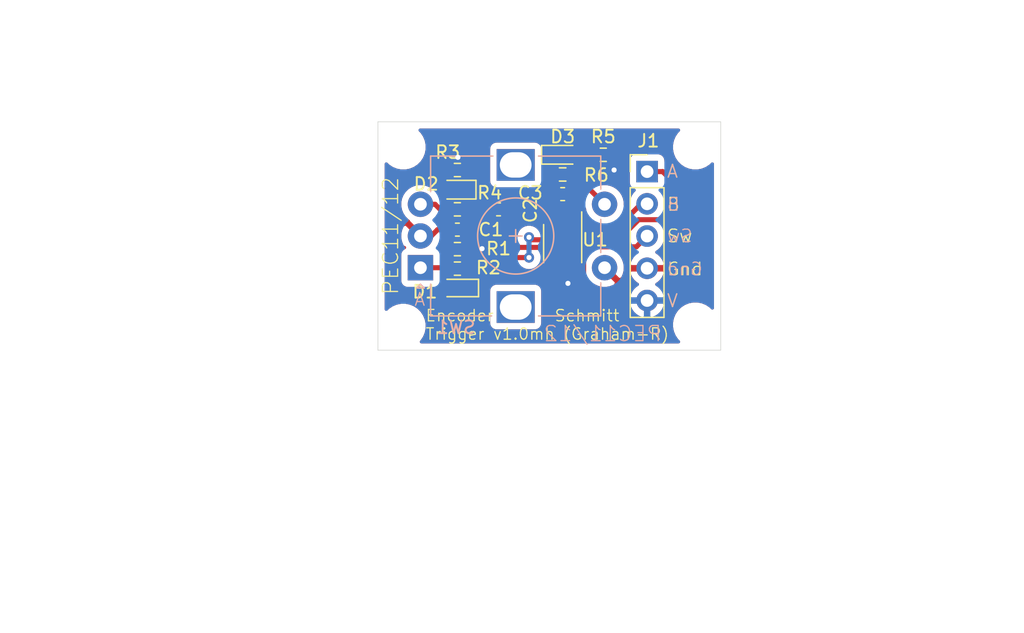
<source format=kicad_pcb>
(kicad_pcb (version 20171130) (host pcbnew 5.1.12-1.fc35)

  (general
    (thickness 1.6)
    (drawings 22)
    (tracks 98)
    (zones 0)
    (modules 19)
    (nets 12)
  )

  (page A4)
  (layers
    (0 F.Cu signal)
    (31 B.Cu signal)
    (32 B.Adhes user hide)
    (33 F.Adhes user hide)
    (34 B.Paste user hide)
    (35 F.Paste user hide)
    (36 B.SilkS user)
    (37 F.SilkS user)
    (38 B.Mask user hide)
    (39 F.Mask user)
    (40 Dwgs.User user)
    (41 Cmts.User user)
    (42 Eco1.User user hide)
    (43 Eco2.User user hide)
    (44 Edge.Cuts user)
    (45 Margin user)
    (46 B.CrtYd user)
    (47 F.CrtYd user)
    (48 B.Fab user hide)
    (49 F.Fab user hide)
  )

  (setup
    (last_trace_width 0.25)
    (user_trace_width 0.4)
    (user_trace_width 0.5)
    (user_trace_width 0.75)
    (user_trace_width 1)
    (trace_clearance 0.2)
    (zone_clearance 0.508)
    (zone_45_only no)
    (trace_min 0.2)
    (via_size 0.8)
    (via_drill 0.4)
    (via_min_size 0.4)
    (via_min_drill 0.3)
    (uvia_size 0.3)
    (uvia_drill 0.1)
    (uvias_allowed no)
    (uvia_min_size 0.2)
    (uvia_min_drill 0.1)
    (edge_width 0.05)
    (segment_width 0.2)
    (pcb_text_width 0.3)
    (pcb_text_size 1.5 1.5)
    (mod_edge_width 0.12)
    (mod_text_size 1 1)
    (mod_text_width 0.15)
    (pad_size 1.524 1.524)
    (pad_drill 0.762)
    (pad_to_mask_clearance 0)
    (aux_axis_origin 0 0)
    (visible_elements FFFFFF7F)
    (pcbplotparams
      (layerselection 0x010fc_ffffffff)
      (usegerberextensions false)
      (usegerberattributes true)
      (usegerberadvancedattributes true)
      (creategerberjobfile true)
      (excludeedgelayer true)
      (linewidth 0.100000)
      (plotframeref false)
      (viasonmask false)
      (mode 1)
      (useauxorigin false)
      (hpglpennumber 1)
      (hpglpenspeed 20)
      (hpglpendiameter 15.000000)
      (psnegative false)
      (psa4output false)
      (plotreference true)
      (plotvalue true)
      (plotinvisibletext false)
      (padsonsilk false)
      (subtractmaskfromsilk false)
      (outputformat 1)
      (mirror false)
      (drillshape 0)
      (scaleselection 1)
      (outputdirectory "gerberFiles"))
  )

  (net 0 "")
  (net 1 GND)
  (net 2 VCC)
  (net 3 Trig_EncA)
  (net 4 Trig_EncB)
  (net 5 Trig_EncSw)
  (net 6 Sig_EncA)
  (net 7 Sig_EncB)
  (net 8 Sig_EncSw)
  (net 9 /EncA_Out)
  (net 10 /EncB_Out)
  (net 11 /EncSw_Out)

  (net_class Default "This is the default net class."
    (clearance 0.2)
    (trace_width 0.25)
    (via_dia 0.8)
    (via_drill 0.4)
    (uvia_dia 0.3)
    (uvia_drill 0.1)
    (add_net /EncA_Out)
    (add_net /EncB_Out)
    (add_net /EncSw_Out)
    (add_net GND)
    (add_net Sig_EncA)
    (add_net Sig_EncB)
    (add_net Sig_EncSw)
    (add_net Trig_EncA)
    (add_net Trig_EncB)
    (add_net Trig_EncSw)
    (add_net VCC)
  )

  (module AA_GR_KICAD-footprints:MountingHole_2.5mm_M2.5_ISO7380_no_courtyard (layer F.Cu) (tedit 61A12671) (tstamp 61A189A3)
    (at 192.1 80.7)
    (descr "Mounting Hole 3.2mm, no annular, M3, ISO7380")
    (tags "mounting hole 3.2mm no annular m3 iso7380")
    (attr virtual)
    (fp_text reference H4 (at 0 -3.85) (layer F.SilkS) hide
      (effects (font (size 1 1) (thickness 0.15)))
    )
    (fp_text value MountingHole (at 0 3.85) (layer F.Fab) hide
      (effects (font (size 1 1) (thickness 0.15)))
    )
    (fp_text user %R (at 0.3 0) (layer F.Fab)
      (effects (font (size 1 1) (thickness 0.15)))
    )
    (pad "" np_thru_hole circle (at 0 0) (size 2.5 2.5) (drill 2.5) (layers *.Cu *.Mask))
  )

  (module AA_GR_KICAD-footprints:MountingHole_2.5mm_M2.5_ISO7380_no_courtyard (layer F.Cu) (tedit 61A12671) (tstamp 61A189A3)
    (at 192.1 66.6)
    (descr "Mounting Hole 3.2mm, no annular, M3, ISO7380")
    (tags "mounting hole 3.2mm no annular m3 iso7380")
    (attr virtual)
    (fp_text reference H4 (at 0 -3.85) (layer F.SilkS) hide
      (effects (font (size 1 1) (thickness 0.15)))
    )
    (fp_text value MountingHole (at 0 3.85) (layer F.Fab) hide
      (effects (font (size 1 1) (thickness 0.15)))
    )
    (fp_text user %R (at 0.3 0) (layer F.Fab)
      (effects (font (size 1 1) (thickness 0.15)))
    )
    (pad "" np_thru_hole circle (at 0 0) (size 2.5 2.5) (drill 2.5) (layers *.Cu *.Mask))
  )

  (module AA_GR_KICAD-footprints:MountingHole_2.5mm_M2.5_ISO7380_no_courtyard (layer F.Cu) (tedit 61A12671) (tstamp 61A189A3)
    (at 215.1 66.6)
    (descr "Mounting Hole 3.2mm, no annular, M3, ISO7380")
    (tags "mounting hole 3.2mm no annular m3 iso7380")
    (attr virtual)
    (fp_text reference H4 (at 0 -3.85) (layer F.SilkS) hide
      (effects (font (size 1 1) (thickness 0.15)))
    )
    (fp_text value MountingHole (at 0 3.85) (layer F.Fab) hide
      (effects (font (size 1 1) (thickness 0.15)))
    )
    (fp_text user %R (at 0.3 0) (layer F.Fab)
      (effects (font (size 1 1) (thickness 0.15)))
    )
    (pad "" np_thru_hole circle (at 0 0) (size 2.5 2.5) (drill 2.5) (layers *.Cu *.Mask))
  )

  (module AA_GR_KICAD-footprints:MountingHole_2.5mm_M2.5_ISO7380_no_courtyard locked (layer F.Cu) (tedit 61A12671) (tstamp 61A188BE)
    (at 215.1 80.6)
    (descr "Mounting Hole 3.2mm, no annular, M3, ISO7380")
    (tags "mounting hole 3.2mm no annular m3 iso7380")
    (attr virtual)
    (fp_text reference H4 (at 0 -3.85) (layer F.SilkS) hide
      (effects (font (size 1 1) (thickness 0.15)))
    )
    (fp_text value MountingHole (at 0 3.85) (layer F.Fab) hide
      (effects (font (size 1 1) (thickness 0.15)))
    )
    (fp_text user %R (at 0.3 0) (layer F.Fab)
      (effects (font (size 1 1) (thickness 0.15)))
    )
    (pad "" np_thru_hole circle (at 0 0) (size 2.5 2.5) (drill 2.5) (layers *.Cu *.Mask))
  )

  (module Package_SO:SSOP-8_2.95x2.8mm_P0.65mm locked (layer F.Cu) (tedit 5A02F25C) (tstamp 619EA000)
    (at 204.65 74.2 270)
    (descr "SSOP-8 2.9 x2.8mm Pitch 0.65mm")
    (tags "SSOP-8 2.95x2.8mm Pitch 0.65mm")
    (path /619EC3D6)
    (attr smd)
    (fp_text reference U1 (at -0.3 -2.55 180) (layer F.SilkS)
      (effects (font (size 1 1) (thickness 0.15)))
    )
    (fp_text value 74LVC3G14 (at 0 2.6 90) (layer F.Fab)
      (effects (font (size 1 1) (thickness 0.15)))
    )
    (fp_line (start 1.475 -1.4) (end 1.475 1.4) (layer F.Fab) (width 0.1))
    (fp_line (start 1.475 1.4) (end -1.475 1.4) (layer F.Fab) (width 0.1))
    (fp_line (start -1.475 1.4) (end -1.475 -0.7) (layer F.Fab) (width 0.1))
    (fp_line (start -0.475 -1.4) (end 1.475 -1.4) (layer F.Fab) (width 0.1))
    (fp_line (start -0.475 -1.4) (end -1.475 -0.7) (layer F.Fab) (width 0.1))
    (fp_line (start 1.5 -1.5) (end -2.5 -1.5) (layer F.SilkS) (width 0.12))
    (fp_line (start 1.5 1.5) (end -1.5 1.5) (layer F.SilkS) (width 0.12))
    (fp_line (start 2.75 -1.65) (end 2.75 1.65) (layer F.CrtYd) (width 0.05))
    (fp_line (start 2.75 1.65) (end -2.75 1.65) (layer F.CrtYd) (width 0.05))
    (fp_line (start -2.75 1.65) (end -2.75 -1.65) (layer F.CrtYd) (width 0.05))
    (fp_line (start -2.75 -1.65) (end 2.75 -1.65) (layer F.CrtYd) (width 0.05))
    (fp_text user %R (at 0 0 90) (layer F.Fab)
      (effects (font (size 0.6 0.6) (thickness 0.15)))
    )
    (pad 8 smd rect (at 1.7 -0.975 180) (size 0.3 1.6) (layers F.Cu F.Paste F.Mask)
      (net 2 VCC))
    (pad 7 smd rect (at 1.7 -0.325 180) (size 0.3 1.6) (layers F.Cu F.Paste F.Mask)
      (net 9 /EncA_Out))
    (pad 6 smd rect (at 1.7 0.325 180) (size 0.3 1.6) (layers F.Cu F.Paste F.Mask)
      (net 4 Trig_EncB))
    (pad 5 smd rect (at 1.7 0.975 180) (size 0.3 1.6) (layers F.Cu F.Paste F.Mask)
      (net 11 /EncSw_Out))
    (pad 4 smd rect (at -1.7 0.975 180) (size 0.3 1.6) (layers F.Cu F.Paste F.Mask)
      (net 1 GND))
    (pad 3 smd rect (at -1.7 0.325 180) (size 0.3 1.6) (layers F.Cu F.Paste F.Mask)
      (net 5 Trig_EncSw))
    (pad 2 smd rect (at -1.7 -0.325 180) (size 0.3 1.6) (layers F.Cu F.Paste F.Mask)
      (net 10 /EncB_Out))
    (pad 1 smd rect (at -1.7 -0.975 180) (size 0.3 1.6) (layers F.Cu F.Paste F.Mask)
      (net 3 Trig_EncA))
    (model ${KISYS3DMOD}/Package_SO.3dshapes/SSOP-8_2.95x2.8mm_P0.65mm.wrl
      (at (xyz 0 0 0))
      (scale (xyz 1 1 1))
      (rotate (xyz 0 0 0))
    )
  )

  (module Resistor_SMD:R_0603_1608Metric_Pad0.98x0.95mm_HandSolder locked (layer F.Cu) (tedit 5F68FEEE) (tstamp 619EB4A2)
    (at 204.65 68.75)
    (descr "Resistor SMD 0603 (1608 Metric), square (rectangular) end terminal, IPC_7351 nominal with elongated pad for handsoldering. (Body size source: IPC-SM-782 page 72, https://www.pcb-3d.com/wordpress/wp-content/uploads/ipc-sm-782a_amendment_1_and_2.pdf), generated with kicad-footprint-generator")
    (tags "resistor handsolder")
    (path /61A01A41)
    (attr smd)
    (fp_text reference R6 (at 2.65 0.05) (layer F.SilkS)
      (effects (font (size 1 1) (thickness 0.15)))
    )
    (fp_text value 18K2 (at 0 1.43) (layer F.Fab)
      (effects (font (size 1 1) (thickness 0.15)))
    )
    (fp_line (start -0.8 0.4125) (end -0.8 -0.4125) (layer F.Fab) (width 0.1))
    (fp_line (start -0.8 -0.4125) (end 0.8 -0.4125) (layer F.Fab) (width 0.1))
    (fp_line (start 0.8 -0.4125) (end 0.8 0.4125) (layer F.Fab) (width 0.1))
    (fp_line (start 0.8 0.4125) (end -0.8 0.4125) (layer F.Fab) (width 0.1))
    (fp_line (start -0.254724 -0.5225) (end 0.254724 -0.5225) (layer F.SilkS) (width 0.12))
    (fp_line (start -0.254724 0.5225) (end 0.254724 0.5225) (layer F.SilkS) (width 0.12))
    (fp_line (start -1.65 0.73) (end -1.65 -0.73) (layer F.CrtYd) (width 0.05))
    (fp_line (start -1.65 -0.73) (end 1.65 -0.73) (layer F.CrtYd) (width 0.05))
    (fp_line (start 1.65 -0.73) (end 1.65 0.73) (layer F.CrtYd) (width 0.05))
    (fp_line (start 1.65 0.73) (end -1.65 0.73) (layer F.CrtYd) (width 0.05))
    (fp_text user %R (at 0 0) (layer F.Fab)
      (effects (font (size 0.4 0.4) (thickness 0.06)))
    )
    (pad 2 smd roundrect (at 0.9125 0) (size 0.975 0.95) (layers F.Cu F.Paste F.Mask) (roundrect_rratio 0.25)
      (net 8 Sig_EncSw))
    (pad 1 smd roundrect (at -0.9125 0) (size 0.975 0.95) (layers F.Cu F.Paste F.Mask) (roundrect_rratio 0.25)
      (net 5 Trig_EncSw))
    (model ${KISYS3DMOD}/Resistor_SMD.3dshapes/R_0603_1608Metric.wrl
      (at (xyz 0 0 0))
      (scale (xyz 1 1 1))
      (rotate (xyz 0 0 0))
    )
  )

  (module Resistor_SMD:R_0603_1608Metric locked (layer F.Cu) (tedit 5F68FEEE) (tstamp 619EB493)
    (at 207.85 67.2)
    (descr "Resistor SMD 0603 (1608 Metric), square (rectangular) end terminal, IPC_7351 nominal, (Body size source: IPC-SM-782 page 72, https://www.pcb-3d.com/wordpress/wp-content/uploads/ipc-sm-782a_amendment_1_and_2.pdf), generated with kicad-footprint-generator")
    (tags resistor)
    (path /61A01A35)
    (attr smd)
    (fp_text reference R5 (at 0 -1.43) (layer F.SilkS)
      (effects (font (size 1 1) (thickness 0.15)))
    )
    (fp_text value 82K (at 0 1.43) (layer F.Fab)
      (effects (font (size 1 1) (thickness 0.15)))
    )
    (fp_line (start -0.8 0.4125) (end -0.8 -0.4125) (layer F.Fab) (width 0.1))
    (fp_line (start -0.8 -0.4125) (end 0.8 -0.4125) (layer F.Fab) (width 0.1))
    (fp_line (start 0.8 -0.4125) (end 0.8 0.4125) (layer F.Fab) (width 0.1))
    (fp_line (start 0.8 0.4125) (end -0.8 0.4125) (layer F.Fab) (width 0.1))
    (fp_line (start -0.237258 -0.5225) (end 0.237258 -0.5225) (layer F.SilkS) (width 0.12))
    (fp_line (start -0.237258 0.5225) (end 0.237258 0.5225) (layer F.SilkS) (width 0.12))
    (fp_line (start -1.48 0.73) (end -1.48 -0.73) (layer F.CrtYd) (width 0.05))
    (fp_line (start -1.48 -0.73) (end 1.48 -0.73) (layer F.CrtYd) (width 0.05))
    (fp_line (start 1.48 -0.73) (end 1.48 0.73) (layer F.CrtYd) (width 0.05))
    (fp_line (start 1.48 0.73) (end -1.48 0.73) (layer F.CrtYd) (width 0.05))
    (fp_text user %R (at 0 0) (layer F.Fab)
      (effects (font (size 0.4 0.4) (thickness 0.06)))
    )
    (pad 2 smd roundrect (at 0.825 0) (size 0.8 0.95) (layers F.Cu F.Paste F.Mask) (roundrect_rratio 0.25)
      (net 2 VCC))
    (pad 1 smd roundrect (at -0.825 0) (size 0.8 0.95) (layers F.Cu F.Paste F.Mask) (roundrect_rratio 0.25)
      (net 8 Sig_EncSw))
    (model ${KISYS3DMOD}/Resistor_SMD.3dshapes/R_0603_1608Metric.wrl
      (at (xyz 0 0 0))
      (scale (xyz 1 1 1))
      (rotate (xyz 0 0 0))
    )
  )

  (module Resistor_SMD:R_0603_1608Metric locked (layer F.Cu) (tedit 5F68FEEE) (tstamp 61A10711)
    (at 196.358834 71.5 180)
    (descr "Resistor SMD 0603 (1608 Metric), square (rectangular) end terminal, IPC_7351 nominal, (Body size source: IPC-SM-782 page 72, https://www.pcb-3d.com/wordpress/wp-content/uploads/ipc-sm-782a_amendment_1_and_2.pdf), generated with kicad-footprint-generator")
    (tags resistor)
    (path /619FE153)
    (attr smd)
    (fp_text reference R4 (at -2.541166 1.3) (layer F.SilkS)
      (effects (font (size 1 1) (thickness 0.15)))
    )
    (fp_text value 18K2 (at 0 1.43) (layer F.Fab)
      (effects (font (size 1 1) (thickness 0.15)))
    )
    (fp_line (start -0.8 0.4125) (end -0.8 -0.4125) (layer F.Fab) (width 0.1))
    (fp_line (start -0.8 -0.4125) (end 0.8 -0.4125) (layer F.Fab) (width 0.1))
    (fp_line (start 0.8 -0.4125) (end 0.8 0.4125) (layer F.Fab) (width 0.1))
    (fp_line (start 0.8 0.4125) (end -0.8 0.4125) (layer F.Fab) (width 0.1))
    (fp_line (start -0.237258 -0.5225) (end 0.237258 -0.5225) (layer F.SilkS) (width 0.12))
    (fp_line (start -0.237258 0.5225) (end 0.237258 0.5225) (layer F.SilkS) (width 0.12))
    (fp_line (start -1.48 0.73) (end -1.48 -0.73) (layer F.CrtYd) (width 0.05))
    (fp_line (start -1.48 -0.73) (end 1.48 -0.73) (layer F.CrtYd) (width 0.05))
    (fp_line (start 1.48 -0.73) (end 1.48 0.73) (layer F.CrtYd) (width 0.05))
    (fp_line (start 1.48 0.73) (end -1.48 0.73) (layer F.CrtYd) (width 0.05))
    (fp_text user %R (at 0 0) (layer F.Fab)
      (effects (font (size 0.4 0.4) (thickness 0.06)))
    )
    (pad 2 smd roundrect (at 0.825 0 180) (size 0.8 0.95) (layers F.Cu F.Paste F.Mask) (roundrect_rratio 0.25)
      (net 7 Sig_EncB))
    (pad 1 smd roundrect (at -0.825 0 180) (size 0.8 0.95) (layers F.Cu F.Paste F.Mask) (roundrect_rratio 0.25)
      (net 4 Trig_EncB))
    (model ${KISYS3DMOD}/Resistor_SMD.3dshapes/R_0603_1608Metric.wrl
      (at (xyz 0 0 0))
      (scale (xyz 1 1 1))
      (rotate (xyz 0 0 0))
    )
  )

  (module Resistor_SMD:R_0603_1608Metric locked (layer F.Cu) (tedit 5F68FEEE) (tstamp 61A10741)
    (at 196.358834 68.4)
    (descr "Resistor SMD 0603 (1608 Metric), square (rectangular) end terminal, IPC_7351 nominal, (Body size source: IPC-SM-782 page 72, https://www.pcb-3d.com/wordpress/wp-content/uploads/ipc-sm-782a_amendment_1_and_2.pdf), generated with kicad-footprint-generator")
    (tags resistor)
    (path /619FE147)
    (attr smd)
    (fp_text reference R3 (at -0.758834 -1.4) (layer F.SilkS)
      (effects (font (size 1 1) (thickness 0.15)))
    )
    (fp_text value 82K (at 0 1.43) (layer F.Fab)
      (effects (font (size 1 1) (thickness 0.15)))
    )
    (fp_line (start -0.8 0.4125) (end -0.8 -0.4125) (layer F.Fab) (width 0.1))
    (fp_line (start -0.8 -0.4125) (end 0.8 -0.4125) (layer F.Fab) (width 0.1))
    (fp_line (start 0.8 -0.4125) (end 0.8 0.4125) (layer F.Fab) (width 0.1))
    (fp_line (start 0.8 0.4125) (end -0.8 0.4125) (layer F.Fab) (width 0.1))
    (fp_line (start -0.237258 -0.5225) (end 0.237258 -0.5225) (layer F.SilkS) (width 0.12))
    (fp_line (start -0.237258 0.5225) (end 0.237258 0.5225) (layer F.SilkS) (width 0.12))
    (fp_line (start -1.48 0.73) (end -1.48 -0.73) (layer F.CrtYd) (width 0.05))
    (fp_line (start -1.48 -0.73) (end 1.48 -0.73) (layer F.CrtYd) (width 0.05))
    (fp_line (start 1.48 -0.73) (end 1.48 0.73) (layer F.CrtYd) (width 0.05))
    (fp_line (start 1.48 0.73) (end -1.48 0.73) (layer F.CrtYd) (width 0.05))
    (fp_text user %R (at 0 0) (layer F.Fab)
      (effects (font (size 0.4 0.4) (thickness 0.06)))
    )
    (pad 2 smd roundrect (at 0.825 0) (size 0.8 0.95) (layers F.Cu F.Paste F.Mask) (roundrect_rratio 0.25)
      (net 2 VCC))
    (pad 1 smd roundrect (at -0.825 0) (size 0.8 0.95) (layers F.Cu F.Paste F.Mask) (roundrect_rratio 0.25)
      (net 7 Sig_EncB))
    (model ${KISYS3DMOD}/Resistor_SMD.3dshapes/R_0603_1608Metric.wrl
      (at (xyz 0 0 0))
      (scale (xyz 1 1 1))
      (rotate (xyz 0 0 0))
    )
  )

  (module Resistor_SMD:R_0603_1608Metric locked (layer F.Cu) (tedit 5F68FEEE) (tstamp 619E9FA2)
    (at 196.358834 76.173334 180)
    (descr "Resistor SMD 0603 (1608 Metric), square (rectangular) end terminal, IPC_7351 nominal, (Body size source: IPC-SM-782 page 72, https://www.pcb-3d.com/wordpress/wp-content/uploads/ipc-sm-782a_amendment_1_and_2.pdf), generated with kicad-footprint-generator")
    (tags resistor)
    (path /619D627B)
    (attr smd)
    (fp_text reference R2 (at -2.441166 0.073334) (layer F.SilkS)
      (effects (font (size 1 1) (thickness 0.15)))
    )
    (fp_text value 18K2 (at 0 1.43) (layer F.Fab)
      (effects (font (size 1 1) (thickness 0.15)))
    )
    (fp_line (start 1.48 0.73) (end -1.48 0.73) (layer F.CrtYd) (width 0.05))
    (fp_line (start 1.48 -0.73) (end 1.48 0.73) (layer F.CrtYd) (width 0.05))
    (fp_line (start -1.48 -0.73) (end 1.48 -0.73) (layer F.CrtYd) (width 0.05))
    (fp_line (start -1.48 0.73) (end -1.48 -0.73) (layer F.CrtYd) (width 0.05))
    (fp_line (start -0.237258 0.5225) (end 0.237258 0.5225) (layer F.SilkS) (width 0.12))
    (fp_line (start -0.237258 -0.5225) (end 0.237258 -0.5225) (layer F.SilkS) (width 0.12))
    (fp_line (start 0.8 0.4125) (end -0.8 0.4125) (layer F.Fab) (width 0.1))
    (fp_line (start 0.8 -0.4125) (end 0.8 0.4125) (layer F.Fab) (width 0.1))
    (fp_line (start -0.8 -0.4125) (end 0.8 -0.4125) (layer F.Fab) (width 0.1))
    (fp_line (start -0.8 0.4125) (end -0.8 -0.4125) (layer F.Fab) (width 0.1))
    (fp_text user %R (at 0 0) (layer F.Fab)
      (effects (font (size 0.4 0.4) (thickness 0.06)))
    )
    (pad 1 smd roundrect (at -0.825 0 180) (size 0.8 0.95) (layers F.Cu F.Paste F.Mask) (roundrect_rratio 0.25)
      (net 3 Trig_EncA))
    (pad 2 smd roundrect (at 0.825 0 180) (size 0.8 0.95) (layers F.Cu F.Paste F.Mask) (roundrect_rratio 0.25)
      (net 6 Sig_EncA))
    (model ${KISYS3DMOD}/Resistor_SMD.3dshapes/R_0603_1608Metric.wrl
      (at (xyz 0 0 0))
      (scale (xyz 1 1 1))
      (rotate (xyz 0 0 0))
    )
  )

  (module Resistor_SMD:R_0603_1608Metric locked (layer F.Cu) (tedit 5F68FEEE) (tstamp 61A166A2)
    (at 196.358834 74.636668)
    (descr "Resistor SMD 0603 (1608 Metric), square (rectangular) end terminal, IPC_7351 nominal, (Body size source: IPC-SM-782 page 72, https://www.pcb-3d.com/wordpress/wp-content/uploads/ipc-sm-782a_amendment_1_and_2.pdf), generated with kicad-footprint-generator")
    (tags resistor)
    (path /619D386E)
    (attr smd)
    (fp_text reference R1 (at 3.241166 -0.036668) (layer F.SilkS)
      (effects (font (size 1 1) (thickness 0.15)))
    )
    (fp_text value 82K (at 0 1.43) (layer F.Fab)
      (effects (font (size 1 1) (thickness 0.15)))
    )
    (fp_line (start 1.48 0.73) (end -1.48 0.73) (layer F.CrtYd) (width 0.05))
    (fp_line (start 1.48 -0.73) (end 1.48 0.73) (layer F.CrtYd) (width 0.05))
    (fp_line (start -1.48 -0.73) (end 1.48 -0.73) (layer F.CrtYd) (width 0.05))
    (fp_line (start -1.48 0.73) (end -1.48 -0.73) (layer F.CrtYd) (width 0.05))
    (fp_line (start -0.237258 0.5225) (end 0.237258 0.5225) (layer F.SilkS) (width 0.12))
    (fp_line (start -0.237258 -0.5225) (end 0.237258 -0.5225) (layer F.SilkS) (width 0.12))
    (fp_line (start 0.8 0.4125) (end -0.8 0.4125) (layer F.Fab) (width 0.1))
    (fp_line (start 0.8 -0.4125) (end 0.8 0.4125) (layer F.Fab) (width 0.1))
    (fp_line (start -0.8 -0.4125) (end 0.8 -0.4125) (layer F.Fab) (width 0.1))
    (fp_line (start -0.8 0.4125) (end -0.8 -0.4125) (layer F.Fab) (width 0.1))
    (fp_text user %R (at 0 0) (layer F.Fab)
      (effects (font (size 0.4 0.4) (thickness 0.06)))
    )
    (pad 1 smd roundrect (at -0.825 0) (size 0.8 0.95) (layers F.Cu F.Paste F.Mask) (roundrect_rratio 0.25)
      (net 6 Sig_EncA))
    (pad 2 smd roundrect (at 0.825 0) (size 0.8 0.95) (layers F.Cu F.Paste F.Mask) (roundrect_rratio 0.25)
      (net 2 VCC))
    (model ${KISYS3DMOD}/Resistor_SMD.3dshapes/R_0603_1608Metric.wrl
      (at (xyz 0 0 0))
      (scale (xyz 1 1 1))
      (rotate (xyz 0 0 0))
    )
  )

  (module Diode_SMD:D_0603_1608Metric_Pad1.05x0.95mm_HandSolder locked (layer F.Cu) (tedit 5F68FEF0) (tstamp 619EB360)
    (at 204.65 67.2)
    (descr "Diode SMD 0603 (1608 Metric), square (rectangular) end terminal, IPC_7351 nominal, (Body size source: http://www.tortai-tech.com/upload/download/2011102023233369053.pdf), generated with kicad-footprint-generator")
    (tags "diode handsolder")
    (path /61A01A49)
    (attr smd)
    (fp_text reference D3 (at 0 -1.43) (layer F.SilkS)
      (effects (font (size 1 1) (thickness 0.15)))
    )
    (fp_text value 1N4148 (at 0 1.43) (layer F.Fab)
      (effects (font (size 1 1) (thickness 0.15)))
    )
    (fp_line (start 0.8 -0.4) (end -0.5 -0.4) (layer F.Fab) (width 0.1))
    (fp_line (start -0.5 -0.4) (end -0.8 -0.1) (layer F.Fab) (width 0.1))
    (fp_line (start -0.8 -0.1) (end -0.8 0.4) (layer F.Fab) (width 0.1))
    (fp_line (start -0.8 0.4) (end 0.8 0.4) (layer F.Fab) (width 0.1))
    (fp_line (start 0.8 0.4) (end 0.8 -0.4) (layer F.Fab) (width 0.1))
    (fp_line (start 0.8 -0.735) (end -1.66 -0.735) (layer F.SilkS) (width 0.12))
    (fp_line (start -1.66 -0.735) (end -1.66 0.735) (layer F.SilkS) (width 0.12))
    (fp_line (start -1.66 0.735) (end 0.8 0.735) (layer F.SilkS) (width 0.12))
    (fp_line (start -1.65 0.73) (end -1.65 -0.73) (layer F.CrtYd) (width 0.05))
    (fp_line (start -1.65 -0.73) (end 1.65 -0.73) (layer F.CrtYd) (width 0.05))
    (fp_line (start 1.65 -0.73) (end 1.65 0.73) (layer F.CrtYd) (width 0.05))
    (fp_line (start 1.65 0.73) (end -1.65 0.73) (layer F.CrtYd) (width 0.05))
    (fp_text user %R (at 0 0) (layer F.Fab)
      (effects (font (size 0.4 0.4) (thickness 0.06)))
    )
    (pad 2 smd roundrect (at 0.875 0) (size 1.05 0.95) (layers F.Cu F.Paste F.Mask) (roundrect_rratio 0.25)
      (net 8 Sig_EncSw))
    (pad 1 smd roundrect (at -0.875 0) (size 1.05 0.95) (layers F.Cu F.Paste F.Mask) (roundrect_rratio 0.25)
      (net 5 Trig_EncSw))
    (model ${KISYS3DMOD}/Diode_SMD.3dshapes/D_0603_1608Metric.wrl
      (at (xyz 0 0 0))
      (scale (xyz 1 1 1))
      (rotate (xyz 0 0 0))
    )
  )

  (module Diode_SMD:D_0603_1608Metric locked (layer F.Cu) (tedit 5F68FEF0) (tstamp 61A164C0)
    (at 196.338834 69.95 180)
    (descr "Diode SMD 0603 (1608 Metric), square (rectangular) end terminal, IPC_7351 nominal, (Body size source: http://www.tortai-tech.com/upload/download/2011102023233369053.pdf), generated with kicad-footprint-generator")
    (tags diode)
    (path /619FE15B)
    (attr smd)
    (fp_text reference D2 (at 2.438834 0.45) (layer F.SilkS)
      (effects (font (size 1 1) (thickness 0.15)))
    )
    (fp_text value 1N4148 (at 0 1.43) (layer F.Fab)
      (effects (font (size 1 1) (thickness 0.15)))
    )
    (fp_line (start 0.8 -0.4) (end -0.5 -0.4) (layer F.Fab) (width 0.1))
    (fp_line (start -0.5 -0.4) (end -0.8 -0.1) (layer F.Fab) (width 0.1))
    (fp_line (start -0.8 -0.1) (end -0.8 0.4) (layer F.Fab) (width 0.1))
    (fp_line (start -0.8 0.4) (end 0.8 0.4) (layer F.Fab) (width 0.1))
    (fp_line (start 0.8 0.4) (end 0.8 -0.4) (layer F.Fab) (width 0.1))
    (fp_line (start 0.8 -0.735) (end -1.485 -0.735) (layer F.SilkS) (width 0.12))
    (fp_line (start -1.485 -0.735) (end -1.485 0.735) (layer F.SilkS) (width 0.12))
    (fp_line (start -1.485 0.735) (end 0.8 0.735) (layer F.SilkS) (width 0.12))
    (fp_line (start -1.48 0.73) (end -1.48 -0.73) (layer F.CrtYd) (width 0.05))
    (fp_line (start -1.48 -0.73) (end 1.48 -0.73) (layer F.CrtYd) (width 0.05))
    (fp_line (start 1.48 -0.73) (end 1.48 0.73) (layer F.CrtYd) (width 0.05))
    (fp_line (start 1.48 0.73) (end -1.48 0.73) (layer F.CrtYd) (width 0.05))
    (fp_text user %R (at 0 0) (layer F.Fab)
      (effects (font (size 0.4 0.4) (thickness 0.06)))
    )
    (pad 2 smd roundrect (at 0.7875 0 180) (size 0.875 0.95) (layers F.Cu F.Paste F.Mask) (roundrect_rratio 0.25)
      (net 7 Sig_EncB))
    (pad 1 smd roundrect (at -0.7875 0 180) (size 0.875 0.95) (layers F.Cu F.Paste F.Mask) (roundrect_rratio 0.25)
      (net 4 Trig_EncB))
    (model ${KISYS3DMOD}/Diode_SMD.3dshapes/D_0603_1608Metric.wrl
      (at (xyz 0 0 0))
      (scale (xyz 1 1 1))
      (rotate (xyz 0 0 0))
    )
  )

  (module Diode_SMD:D_0603_1608Metric_Castellated locked (layer F.Cu) (tedit 5F68FEF1) (tstamp 619E9F91)
    (at 196.338834 77.7 180)
    (descr "Diode SMD 0603 (1608 Metric), castellated end terminal, IPC_7351 nominal, (Body size source: http://www.tortai-tech.com/upload/download/2011102023233369053.pdf), generated with kicad-footprint-generator")
    (tags "diode castellated")
    (path /619D2140)
    (attr smd)
    (fp_text reference D1 (at 2.538834 -0.3) (layer F.SilkS)
      (effects (font (size 1 1) (thickness 0.15)))
    )
    (fp_text value 1N4148 (at 0 1.38) (layer F.Fab)
      (effects (font (size 1 1) (thickness 0.15)))
    )
    (fp_line (start 1.68 0.68) (end -1.68 0.68) (layer F.CrtYd) (width 0.05))
    (fp_line (start 1.68 -0.68) (end 1.68 0.68) (layer F.CrtYd) (width 0.05))
    (fp_line (start -1.68 -0.68) (end 1.68 -0.68) (layer F.CrtYd) (width 0.05))
    (fp_line (start -1.68 0.68) (end -1.68 -0.68) (layer F.CrtYd) (width 0.05))
    (fp_line (start -1.685 0.685) (end 0.8 0.685) (layer F.SilkS) (width 0.12))
    (fp_line (start -1.685 -0.685) (end -1.685 0.685) (layer F.SilkS) (width 0.12))
    (fp_line (start 0.8 -0.685) (end -1.685 -0.685) (layer F.SilkS) (width 0.12))
    (fp_line (start 0.8 0.4) (end 0.8 -0.4) (layer F.Fab) (width 0.1))
    (fp_line (start -0.8 0.4) (end 0.8 0.4) (layer F.Fab) (width 0.1))
    (fp_line (start -0.8 -0.1) (end -0.8 0.4) (layer F.Fab) (width 0.1))
    (fp_line (start -0.5 -0.4) (end -0.8 -0.1) (layer F.Fab) (width 0.1))
    (fp_line (start 0.8 -0.4) (end -0.5 -0.4) (layer F.Fab) (width 0.1))
    (fp_text user %R (at 0 0) (layer F.Fab)
      (effects (font (size 0.4 0.4) (thickness 0.06)))
    )
    (pad 1 smd roundrect (at -0.8125 0 180) (size 1.225 0.85) (layers F.Cu F.Paste F.Mask) (roundrect_rratio 0.25)
      (net 3 Trig_EncA))
    (pad 2 smd roundrect (at 0.8125 0 180) (size 1.225 0.85) (layers F.Cu F.Paste F.Mask) (roundrect_rratio 0.25)
      (net 6 Sig_EncA))
    (model ${KISYS3DMOD}/Diode_SMD.3dshapes/D_0603_1608Metric_Castellated.wrl
      (at (xyz 0 0 0))
      (scale (xyz 1 1 1))
      (rotate (xyz 0 0 0))
    )
  )

  (module Capacitor_SMD:C_0603_1608Metric_Pad1.08x0.95mm_HandSolder locked (layer F.Cu) (tedit 5F68FEEF) (tstamp 619EB2C0)
    (at 204.65 70.3)
    (descr "Capacitor SMD 0603 (1608 Metric), square (rectangular) end terminal, IPC_7351 nominal with elongated pad for handsoldering. (Body size source: IPC-SM-782 page 76, https://www.pcb-3d.com/wordpress/wp-content/uploads/ipc-sm-782a_amendment_1_and_2.pdf), generated with kicad-footprint-generator")
    (tags "capacitor handsolder")
    (path /61A01A4F)
    (attr smd)
    (fp_text reference C3 (at -2.55 -0.1) (layer F.SilkS)
      (effects (font (size 1 1) (thickness 0.15)))
    )
    (fp_text value 100nF (at 0 1.43) (layer F.Fab)
      (effects (font (size 1 1) (thickness 0.15)))
    )
    (fp_line (start -0.8 0.4) (end -0.8 -0.4) (layer F.Fab) (width 0.1))
    (fp_line (start -0.8 -0.4) (end 0.8 -0.4) (layer F.Fab) (width 0.1))
    (fp_line (start 0.8 -0.4) (end 0.8 0.4) (layer F.Fab) (width 0.1))
    (fp_line (start 0.8 0.4) (end -0.8 0.4) (layer F.Fab) (width 0.1))
    (fp_line (start -0.146267 -0.51) (end 0.146267 -0.51) (layer F.SilkS) (width 0.12))
    (fp_line (start -0.146267 0.51) (end 0.146267 0.51) (layer F.SilkS) (width 0.12))
    (fp_line (start -1.65 0.73) (end -1.65 -0.73) (layer F.CrtYd) (width 0.05))
    (fp_line (start -1.65 -0.73) (end 1.65 -0.73) (layer F.CrtYd) (width 0.05))
    (fp_line (start 1.65 -0.73) (end 1.65 0.73) (layer F.CrtYd) (width 0.05))
    (fp_line (start 1.65 0.73) (end -1.65 0.73) (layer F.CrtYd) (width 0.05))
    (fp_text user %R (at 0 0) (layer F.Fab)
      (effects (font (size 0.4 0.4) (thickness 0.06)))
    )
    (pad 2 smd roundrect (at 0.8625 0) (size 1.075 0.95) (layers F.Cu F.Paste F.Mask) (roundrect_rratio 0.25)
      (net 5 Trig_EncSw))
    (pad 1 smd roundrect (at -0.8625 0) (size 1.075 0.95) (layers F.Cu F.Paste F.Mask) (roundrect_rratio 0.25)
      (net 1 GND))
    (model ${KISYS3DMOD}/Capacitor_SMD.3dshapes/C_0603_1608Metric.wrl
      (at (xyz 0 0 0))
      (scale (xyz 1 1 1))
      (rotate (xyz 0 0 0))
    )
  )

  (module Capacitor_SMD:C_0603_1608Metric_Pad1.08x0.95mm_HandSolder locked (layer F.Cu) (tedit 5F68FEEF) (tstamp 61A106AB)
    (at 199.6 71.5 180)
    (descr "Capacitor SMD 0603 (1608 Metric), square (rectangular) end terminal, IPC_7351 nominal with elongated pad for handsoldering. (Body size source: IPC-SM-782 page 76, https://www.pcb-3d.com/wordpress/wp-content/uploads/ipc-sm-782a_amendment_1_and_2.pdf), generated with kicad-footprint-generator")
    (tags "capacitor handsolder")
    (path /619FE161)
    (attr smd)
    (fp_text reference C2 (at -2.5 -0.1 90) (layer F.SilkS)
      (effects (font (size 1 1) (thickness 0.15)))
    )
    (fp_text value 100nF (at 0 1.43) (layer F.Fab)
      (effects (font (size 1 1) (thickness 0.15)))
    )
    (fp_line (start -0.8 0.4) (end -0.8 -0.4) (layer F.Fab) (width 0.1))
    (fp_line (start -0.8 -0.4) (end 0.8 -0.4) (layer F.Fab) (width 0.1))
    (fp_line (start 0.8 -0.4) (end 0.8 0.4) (layer F.Fab) (width 0.1))
    (fp_line (start 0.8 0.4) (end -0.8 0.4) (layer F.Fab) (width 0.1))
    (fp_line (start -0.146267 -0.51) (end 0.146267 -0.51) (layer F.SilkS) (width 0.12))
    (fp_line (start -0.146267 0.51) (end 0.146267 0.51) (layer F.SilkS) (width 0.12))
    (fp_line (start -1.65 0.73) (end -1.65 -0.73) (layer F.CrtYd) (width 0.05))
    (fp_line (start -1.65 -0.73) (end 1.65 -0.73) (layer F.CrtYd) (width 0.05))
    (fp_line (start 1.65 -0.73) (end 1.65 0.73) (layer F.CrtYd) (width 0.05))
    (fp_line (start 1.65 0.73) (end -1.65 0.73) (layer F.CrtYd) (width 0.05))
    (fp_text user %R (at 0 0) (layer F.Fab)
      (effects (font (size 0.4 0.4) (thickness 0.06)))
    )
    (pad 2 smd roundrect (at 0.8625 0 180) (size 1.075 0.95) (layers F.Cu F.Paste F.Mask) (roundrect_rratio 0.25)
      (net 4 Trig_EncB))
    (pad 1 smd roundrect (at -0.8625 0 180) (size 1.075 0.95) (layers F.Cu F.Paste F.Mask) (roundrect_rratio 0.25)
      (net 1 GND))
    (model ${KISYS3DMOD}/Capacitor_SMD.3dshapes/C_0603_1608Metric.wrl
      (at (xyz 0 0 0))
      (scale (xyz 1 1 1))
      (rotate (xyz 0 0 0))
    )
  )

  (module Capacitor_SMD:C_0603_1608Metric_Pad1.08x0.95mm_HandSolder locked (layer F.Cu) (tedit 5F68FEEF) (tstamp 619EDB0D)
    (at 196.358834 73.1)
    (descr "Capacitor SMD 0603 (1608 Metric), square (rectangular) end terminal, IPC_7351 nominal with elongated pad for handsoldering. (Body size source: IPC-SM-782 page 76, https://www.pcb-3d.com/wordpress/wp-content/uploads/ipc-sm-782a_amendment_1_and_2.pdf), generated with kicad-footprint-generator")
    (tags "capacitor handsolder")
    (path /619D2E8F)
    (attr smd)
    (fp_text reference C1 (at 2.641166 0) (layer F.SilkS)
      (effects (font (size 1 1) (thickness 0.15)))
    )
    (fp_text value 100nF (at 0 1.43) (layer F.Fab)
      (effects (font (size 1 1) (thickness 0.15)))
    )
    (fp_line (start 1.65 0.73) (end -1.65 0.73) (layer F.CrtYd) (width 0.05))
    (fp_line (start 1.65 -0.73) (end 1.65 0.73) (layer F.CrtYd) (width 0.05))
    (fp_line (start -1.65 -0.73) (end 1.65 -0.73) (layer F.CrtYd) (width 0.05))
    (fp_line (start -1.65 0.73) (end -1.65 -0.73) (layer F.CrtYd) (width 0.05))
    (fp_line (start -0.146267 0.51) (end 0.146267 0.51) (layer F.SilkS) (width 0.12))
    (fp_line (start -0.146267 -0.51) (end 0.146267 -0.51) (layer F.SilkS) (width 0.12))
    (fp_line (start 0.8 0.4) (end -0.8 0.4) (layer F.Fab) (width 0.1))
    (fp_line (start 0.8 -0.4) (end 0.8 0.4) (layer F.Fab) (width 0.1))
    (fp_line (start -0.8 -0.4) (end 0.8 -0.4) (layer F.Fab) (width 0.1))
    (fp_line (start -0.8 0.4) (end -0.8 -0.4) (layer F.Fab) (width 0.1))
    (fp_text user %R (at 0 0) (layer F.Fab)
      (effects (font (size 0.4 0.4) (thickness 0.06)))
    )
    (pad 1 smd roundrect (at -0.8625 0) (size 1.075 0.95) (layers F.Cu F.Paste F.Mask) (roundrect_rratio 0.25)
      (net 1 GND))
    (pad 2 smd roundrect (at 0.8625 0) (size 1.075 0.95) (layers F.Cu F.Paste F.Mask) (roundrect_rratio 0.25)
      (net 3 Trig_EncA))
    (model ${KISYS3DMOD}/Capacitor_SMD.3dshapes/C_0603_1608Metric.wrl
      (at (xyz 0 0 0))
      (scale (xyz 1 1 1))
      (rotate (xyz 0 0 0))
    )
  )

  (module Rotary_Encoder:RotaryEncoder_Alps_EC12E-Switch_Vertical_H20mm (layer B.Cu) (tedit 5A64F492) (tstamp 619FE549)
    (at 193.45 76.1)
    (descr "Alps rotary encoder, EC12E... with switch, vertical shaft, http://www.alps.com/prod/info/E/HTML/Encoder/Incremental/EC12E/EC12E1240405.html & http://cdn-reichelt.de/documents/datenblatt/F100/402097STEC12E08.PDF")
    (tags "rotary encoder")
    (path /619FF0BC)
    (fp_text reference SW1 (at 2.8 4.7) (layer B.SilkS)
      (effects (font (size 1 1) (thickness 0.15)) (justify mirror))
    )
    (fp_text value Rotary_Encoder_EncSwitch (at 7.5 -10.4) (layer B.Fab)
      (effects (font (size 1 1) (thickness 0.15)) (justify mirror))
    )
    (fp_circle (center 7.5 -2.5) (end 10.5 -2.5) (layer B.Fab) (width 0.12))
    (fp_circle (center 7.5 -2.5) (end 10.5 -2.5) (layer B.SilkS) (width 0.12))
    (fp_line (start 16 -9.85) (end -1.5 -9.85) (layer B.CrtYd) (width 0.05))
    (fp_line (start 16 -9.85) (end 16 4.85) (layer B.CrtYd) (width 0.05))
    (fp_line (start -1.5 4.85) (end -1.5 -9.85) (layer B.CrtYd) (width 0.05))
    (fp_line (start -1.5 4.85) (end 16 4.85) (layer B.CrtYd) (width 0.05))
    (fp_line (start 1.9 3.7) (end 14.1 3.7) (layer B.Fab) (width 0.12))
    (fp_line (start 14.1 3.7) (end 14.1 -8.7) (layer B.Fab) (width 0.12))
    (fp_line (start 14.1 -8.7) (end 0.9 -8.7) (layer B.Fab) (width 0.12))
    (fp_line (start 0.9 -8.7) (end 0.9 2.6) (layer B.Fab) (width 0.12))
    (fp_line (start 0.9 2.6) (end 1.9 3.7) (layer B.Fab) (width 0.12))
    (fp_line (start 9.3 3.8) (end 14.2 3.8) (layer B.SilkS) (width 0.12))
    (fp_line (start 14.2 -8.8) (end 9.3 -8.8) (layer B.SilkS) (width 0.12))
    (fp_line (start 5.7 -8.8) (end 0.8 -8.8) (layer B.SilkS) (width 0.12))
    (fp_line (start 0.8 -8.8) (end 0.8 -6) (layer B.SilkS) (width 0.12))
    (fp_line (start 5.6 3.8) (end 0.8 3.8) (layer B.SilkS) (width 0.12))
    (fp_line (start 0.8 3.8) (end 0.8 1.3) (layer B.SilkS) (width 0.12))
    (fp_line (start 0 1.3) (end -0.3 1.6) (layer B.SilkS) (width 0.12))
    (fp_line (start -0.3 1.6) (end 0.3 1.6) (layer B.SilkS) (width 0.12))
    (fp_line (start 0.3 1.6) (end 0 1.3) (layer B.SilkS) (width 0.12))
    (fp_line (start 7.5 0.5) (end 7.5 -5.5) (layer B.Fab) (width 0.12))
    (fp_line (start 4.5 -2.5) (end 10.5 -2.5) (layer B.Fab) (width 0.12))
    (fp_line (start 14.2 3.8) (end 14.2 1.2) (layer B.SilkS) (width 0.12))
    (fp_line (start 14.2 -1.2) (end 14.2 -3.8) (layer B.SilkS) (width 0.12))
    (fp_line (start 14.2 -6.2) (end 14.2 -8.8) (layer B.SilkS) (width 0.12))
    (fp_line (start 7.5 -2) (end 7.5 -3) (layer B.SilkS) (width 0.12))
    (fp_line (start 7 -2.5) (end 8 -2.5) (layer B.SilkS) (width 0.12))
    (fp_text user %R (at 11.5 -6.6) (layer B.Fab)
      (effects (font (size 1 1) (thickness 0.15)) (justify mirror))
    )
    (pad S2 thru_hole circle (at 14.5 -5) (size 2 2) (drill 1) (layers *.Cu *.Mask)
      (net 8 Sig_EncSw))
    (pad S1 thru_hole circle (at 14.5 0) (size 2 2) (drill 1) (layers *.Cu *.Mask)
      (net 1 GND))
    (pad MP thru_hole rect (at 7.5 -8.1) (size 3 2.5) (drill oval 2.5 2) (layers *.Cu *.Mask))
    (pad MP thru_hole rect (at 7.5 3.1) (size 3 2.5) (drill oval 2.5 2) (layers *.Cu *.Mask))
    (pad B thru_hole circle (at 0 -5) (size 2 2) (drill 1) (layers *.Cu *.Mask)
      (net 7 Sig_EncB))
    (pad C thru_hole circle (at 0 -2.5) (size 2 2) (drill 1) (layers *.Cu *.Mask)
      (net 1 GND))
    (pad A thru_hole rect (at 0 0) (size 2 2) (drill 1) (layers *.Cu *.Mask)
      (net 6 Sig_EncA))
    (model ${KISYS3DMOD}/Rotary_Encoder.3dshapes/RotaryEncoder_Alps_EC12E-Switch_Vertical_H20mm.wrl
      (at (xyz 0 0 0))
      (scale (xyz 1 1 1))
      (rotate (xyz 0 5 0))
    )
    (model /home/graham/KiCAD/libraries_3rdParty/ALPS_Encoder/EC12E-150/EC12E-150.STEP
      (offset (xyz 7.5 -2.5 2.5))
      (scale (xyz 1 1 1))
      (rotate (xyz 0 0 90))
    )
  )

  (module Connector_PinHeader_2.54mm:PinHeader_1x05_P2.54mm_Vertical (layer F.Cu) (tedit 59FED5CC) (tstamp 61A137F2)
    (at 211.3 68.525)
    (descr "Through hole straight pin header, 1x05, 2.54mm pitch, single row")
    (tags "Through hole pin header THT 1x05 2.54mm single row")
    (path /61B1F759)
    (fp_text reference J1 (at 0.1 -2.425) (layer F.SilkS)
      (effects (font (size 1 1) (thickness 0.15)))
    )
    (fp_text value Interface (at 0 12.49) (layer F.Fab)
      (effects (font (size 1 1) (thickness 0.15)))
    )
    (fp_line (start 1.8 -1.8) (end -1.8 -1.8) (layer F.CrtYd) (width 0.05))
    (fp_line (start 1.8 11.95) (end 1.8 -1.8) (layer F.CrtYd) (width 0.05))
    (fp_line (start -1.8 11.95) (end 1.8 11.95) (layer F.CrtYd) (width 0.05))
    (fp_line (start -1.8 -1.8) (end -1.8 11.95) (layer F.CrtYd) (width 0.05))
    (fp_line (start -1.33 -1.33) (end 0 -1.33) (layer F.SilkS) (width 0.12))
    (fp_line (start -1.33 0) (end -1.33 -1.33) (layer F.SilkS) (width 0.12))
    (fp_line (start -1.33 1.27) (end 1.33 1.27) (layer F.SilkS) (width 0.12))
    (fp_line (start 1.33 1.27) (end 1.33 11.49) (layer F.SilkS) (width 0.12))
    (fp_line (start -1.33 1.27) (end -1.33 11.49) (layer F.SilkS) (width 0.12))
    (fp_line (start -1.33 11.49) (end 1.33 11.49) (layer F.SilkS) (width 0.12))
    (fp_line (start -1.27 -0.635) (end -0.635 -1.27) (layer F.Fab) (width 0.1))
    (fp_line (start -1.27 11.43) (end -1.27 -0.635) (layer F.Fab) (width 0.1))
    (fp_line (start 1.27 11.43) (end -1.27 11.43) (layer F.Fab) (width 0.1))
    (fp_line (start 1.27 -1.27) (end 1.27 11.43) (layer F.Fab) (width 0.1))
    (fp_line (start -0.635 -1.27) (end 1.27 -1.27) (layer F.Fab) (width 0.1))
    (fp_text user %R (at 0 5.08 90) (layer F.Fab)
      (effects (font (size 1 1) (thickness 0.15)))
    )
    (pad 1 thru_hole rect (at 0 0) (size 1.7 1.7) (drill 1) (layers *.Cu *.Mask)
      (net 9 /EncA_Out))
    (pad 2 thru_hole oval (at 0 2.54) (size 1.7 1.7) (drill 1) (layers *.Cu *.Mask)
      (net 10 /EncB_Out))
    (pad 3 thru_hole oval (at 0 5.08) (size 1.7 1.7) (drill 1) (layers *.Cu *.Mask)
      (net 11 /EncSw_Out))
    (pad 4 thru_hole oval (at 0 7.62) (size 1.7 1.7) (drill 1) (layers *.Cu *.Mask)
      (net 1 GND))
    (pad 5 thru_hole oval (at 0 10.16) (size 1.7 1.7) (drill 1) (layers *.Cu *.Mask)
      (net 2 VCC))
    (model ${KISYS3DMOD}/Connector_PinHeader_2.54mm.3dshapes/PinHeader_1x05_P2.54mm_Vertical.wrl
      (at (xyz 0 0 0))
      (scale (xyz 1 1 1))
      (rotate (xyz 0 0 0))
    )
  )

  (gr_text PEC11/12 (at 191.1 73.6 90) (layer F.SilkS) (tstamp 61A1A9F3)
    (effects (font (size 1.2 1.2) (thickness 0.1)))
  )
  (dimension 14 (width 0.15) (layer Dwgs.User)
    (gr_text "14.000 mm" (at 222.7 73.6 90) (layer Dwgs.User) (tstamp 61A1A208)
      (effects (font (size 1 1) (thickness 0.15)))
    )
    (feature1 (pts (xy 215.1 66.6) (xy 221.986421 66.6)))
    (feature2 (pts (xy 215.1 80.6) (xy 221.986421 80.6)))
    (crossbar (pts (xy 221.4 80.6) (xy 221.4 66.6)))
    (arrow1a (pts (xy 221.4 66.6) (xy 221.986421 67.726504)))
    (arrow1b (pts (xy 221.4 66.6) (xy 220.813579 67.726504)))
    (arrow2a (pts (xy 221.4 80.6) (xy 221.986421 79.473496)))
    (arrow2b (pts (xy 221.4 80.6) (xy 220.813579 79.473496)))
  )
  (dimension 23.000217 (width 0.15) (layer Dwgs.User)
    (gr_text "23.000 mm" (at 203.630011 87.55249 0.2491105152) (layer Dwgs.User) (tstamp 61A1A4B1)
      (effects (font (size 1 1) (thickness 0.15)))
    )
    (feature1 (pts (xy 192.1 80.7) (xy 192.126908 86.888917)))
    (feature2 (pts (xy 215.1 80.6) (xy 215.126908 86.788917)))
    (crossbar (pts (xy 215.124359 86.202502) (xy 192.124359 86.302502)))
    (arrow1a (pts (xy 192.124359 86.302502) (xy 193.248302 85.711189)))
    (arrow1b (pts (xy 192.124359 86.302502) (xy 193.253402 86.884019)))
    (arrow2a (pts (xy 215.124359 86.202502) (xy 213.995316 85.620985)))
    (arrow2b (pts (xy 215.124359 86.202502) (xy 214.000416 86.793815)))
  )
  (dimension 18 (width 0.15) (layer Dwgs.User)
    (gr_text "18.000 mm" (at 184.7 73.6 90) (layer Dwgs.User) (tstamp 61A1A4CC)
      (effects (font (size 1 1) (thickness 0.15)))
    )
    (feature1 (pts (xy 190.1 64.6) (xy 185.413579 64.6)))
    (feature2 (pts (xy 190.1 82.6) (xy 185.413579 82.6)))
    (crossbar (pts (xy 186 82.6) (xy 186 64.6)))
    (arrow1a (pts (xy 186 64.6) (xy 186.586421 65.726504)))
    (arrow1b (pts (xy 186 64.6) (xy 185.413579 65.726504)))
    (arrow2a (pts (xy 186 82.6) (xy 186.586421 81.473496)))
    (arrow2b (pts (xy 186 82.6) (xy 185.413579 81.473496)))
  )
  (dimension 27 (width 0.15) (layer Dwgs.User)
    (gr_text "27.000 mm" (at 203.6 59.6) (layer Dwgs.User) (tstamp 61A1A4C0)
      (effects (font (size 1 1) (thickness 0.15)))
    )
    (feature1 (pts (xy 217.1 64.6) (xy 217.1 60.313579)))
    (feature2 (pts (xy 190.1 64.6) (xy 190.1 60.313579)))
    (crossbar (pts (xy 190.1 60.9) (xy 217.1 60.9)))
    (arrow1a (pts (xy 217.1 60.9) (xy 215.973496 61.486421)))
    (arrow1b (pts (xy 217.1 60.9) (xy 215.973496 60.313579)))
    (arrow2a (pts (xy 190.1 60.9) (xy 191.226504 61.486421)))
    (arrow2b (pts (xy 190.1 60.9) (xy 191.226504 60.313579)))
  )
  (gr_text V (at 213.3 78.7) (layer B.SilkS) (tstamp 61A17E1F)
    (effects (font (size 1 1) (thickness 0.1)) (justify mirror))
  )
  (gr_text Gnd (at 214.276191 76.2) (layer B.SilkS) (tstamp 61A17E02)
    (effects (font (size 1 1) (thickness 0.1)) (justify mirror))
  )
  (gr_text B (at 213.371429 71.1) (layer B.SilkS) (tstamp 61A17E22)
    (effects (font (size 1 1) (thickness 0.1)) (justify mirror))
  )
  (gr_text A (at 213.3 68.5) (layer B.SilkS) (tstamp 61A17E25)
    (effects (font (size 1 1) (thickness 0.1)) (justify mirror))
  )
  (gr_text Sw (at 213.871429 73.6) (layer B.SilkS) (tstamp 61A17E1C)
    (effects (font (size 1 1) (thickness 0.1)) (justify mirror))
  )
  (gr_text A (at 193.4 78.6) (layer B.SilkS) (tstamp 61A17B1B)
    (effects (font (size 1 1) (thickness 0.1)) (justify mirror))
  )
  (gr_text PEC11/12 (at 207.8 81.3) (layer B.SilkS) (tstamp 61A179C0)
    (effects (font (size 1.2 1.2) (thickness 0.1)) (justify mirror))
  )
  (gr_text V (at 213.3 78.7) (layer F.SilkS) (tstamp 61A17D6A)
    (effects (font (size 1 1) (thickness 0.1)))
  )
  (gr_text Gnd (at 214.276191 76.2) (layer F.SilkS) (tstamp 61A17D70)
    (effects (font (size 1 1) (thickness 0.1)))
  )
  (gr_text Sw (at 213.871429 73.6) (layer F.SilkS) (tstamp 61A17D7F)
    (effects (font (size 1 1) (thickness 0.1)))
  )
  (gr_text B (at 213.371429 71.1) (layer F.SilkS) (tstamp 61A17D73)
    (effects (font (size 1 1) (thickness 0.1)))
  )
  (gr_text A (at 213.3 68.5) (layer F.SilkS) (tstamp 61A17D7C)
    (effects (font (size 1 1) (thickness 0.1)))
  )
  (gr_text "Encoder       Schmitt\nTrigger v1.0mh (Graham-R)" (at 193.8 80.6) (layer F.SilkS) (tstamp 61A19E6E)
    (effects (font (size 0.9 0.9) (thickness 0.1)) (justify left))
  )
  (gr_line (start 190.1 82.6) (end 217.1 82.6) (layer Edge.Cuts) (width 0.05) (tstamp 619EE6F9))
  (gr_line (start 217.1 82.6) (end 217.1 64.6) (layer Edge.Cuts) (width 0.05) (tstamp 61A1763B))
  (gr_line (start 190.1 82.6) (end 190.1 64.6) (layer Edge.Cuts) (width 0.05) (tstamp 619EE588))
  (gr_line (start 190.1 64.6) (end 217.1 64.6) (layer Edge.Cuts) (width 0.05))

  (segment (start 193.45 73.6) (end 194.146334 73.6) (width 0.4) (layer F.Cu) (net 1) (status 40030))
  (segment (start 194 73.05) (end 193.45 73.6) (width 0.4) (layer F.Cu) (net 1) (status 40030))
  (segment (start 194.8 73.1) (end 195.496334 73.1) (width 0.4) (layer F.Cu) (net 1) (status 40000))
  (segment (start 194.3 73.6) (end 194.8 73.1) (width 0.4) (layer F.Cu) (net 1) (status 40000))
  (segment (start 193.45 73.6) (end 194.3 73.6) (width 0.4) (layer F.Cu) (net 1) (status 40000))
  (segment (start 203.675 70.4125) (end 203.7875 70.3) (width 0.4) (layer F.Cu) (net 1) (status 40000))
  (segment (start 203.675 72.5) (end 203.675 70.4125) (width 0.4) (layer F.Cu) (net 1) (status 40000))
  (segment (start 208.675 67.625004) (end 208.675 67.2) (width 0.4) (layer F.Cu) (net 2) (status 40000))
  (segment (start 208.7 68.4) (end 208.675 67.625004) (width 0.4) (layer F.Cu) (net 2) (status 40000))
  (via (at 208.7 68.4) (size 0.8) (drill 0.4) (layers F.Cu B.Cu) (net 2) (status 40000))
  (segment (start 197.183834 74.636668) (end 198.263332 74.636668) (width 0.4) (layer F.Cu) (net 2) (status 40000))
  (via (at 198.3 74.6) (size 0.8) (drill 0.4) (layers F.Cu B.Cu) (net 2) (status 40000))
  (segment (start 198.263332 74.636668) (end 198.3 74.6) (width 0.4) (layer F.Cu) (net 2) (status 40000))
  (segment (start 205.625 75.9) (end 205.625 77.1) (width 0.4) (layer F.Cu) (net 2) (status 40000))
  (segment (start 205.625 77.1) (end 205.390697 77.334303) (width 0.4) (layer F.Cu) (net 2) (status 40000))
  (via (at 205.065689 77.334303) (size 0.8) (drill 0.4) (layers F.Cu B.Cu) (net 2) (status 40000))
  (segment (start 205.390697 77.334303) (end 205.065689 77.334303) (width 0.4) (layer F.Cu) (net 2) (status 40000))
  (via (at 196.400002 67.4) (size 0.8) (drill 0.4) (layers F.Cu B.Cu) (net 2) (status 40000))
  (segment (start 197.183834 68.4) (end 197.183834 68.183832) (width 0.4) (layer F.Cu) (net 2) (status 40000))
  (segment (start 197.183834 68.183832) (end 196.400002 67.4) (width 0.4) (layer F.Cu) (net 2) (status 40000))
  (segment (start 197.151334 76.205834) (end 197.183834 76.173334) (width 0.4) (layer F.Cu) (net 3) (status 40030))
  (segment (start 197.151334 77.7) (end 197.151334 76.205834) (width 0.4) (layer F.Cu) (net 3) (status 40030))
  (segment (start 196.383824 75.373324) (end 197.183834 76.173334) (width 0.4) (layer F.Cu) (net 3) (status 40020))
  (segment (start 196.383824 73.93751) (end 196.383824 75.373324) (width 0.4) (layer F.Cu) (net 3) (status 40000))
  (segment (start 197.221334 73.1) (end 196.383824 73.93751) (width 0.4) (layer F.Cu) (net 3) (status 40010))
  (segment (start 197.221334 73.1) (end 197.521334 73.4) (width 0.4) (layer F.Cu) (net 3) (status 40000))
  (segment (start 202 73.7) (end 202 73.7) (width 0.4) (layer F.Cu) (net 3) (status 40000))
  (segment (start 205.625 73.477912) (end 205.202925 73.899987) (width 0.4) (layer F.Cu) (net 3) (status 40000))
  (via (at 202 75.300008) (size 0.8) (drill 0.4) (layers F.Cu B.Cu) (net 3) (status 40000))
  (segment (start 202.20001 73.899987) (end 202 73.699977) (width 0.4) (layer F.Cu) (net 3) (status 40000))
  (segment (start 205.625 72.5) (end 205.625 73.477912) (width 0.4) (layer F.Cu) (net 3) (status 40000))
  (segment (start 205.202925 73.899987) (end 202.20001 73.899987) (width 0.4) (layer F.Cu) (net 3) (status 40000))
  (segment (start 202 73.699977) (end 202 75.300008) (width 0.4) (layer B.Cu) (net 3) (status 40000))
  (via (at 202 73.699977) (size 0.8) (drill 0.4) (layers F.Cu B.Cu) (net 3) (status 40000))
  (segment (start 199.299992 75.300008) (end 202 75.300008) (width 0.4) (layer F.Cu) (net 3) (status 40000))
  (segment (start 198.426666 76.173334) (end 199.299992 75.300008) (width 0.4) (layer F.Cu) (net 3) (status 40000))
  (segment (start 197.183834 76.173334) (end 198.426666 76.173334) (width 0.4) (layer F.Cu) (net 3) (status 40000))
  (segment (start 198.7375 71.5) (end 197.183834 71.5) (width 0.4) (layer F.Cu) (net 4) (status 40030))
  (segment (start 197.183834 71.5) (end 197.183834 70.0075) (width 0.4) (layer F.Cu) (net 4) (status 40030))
  (segment (start 204.325 75.025) (end 204.325 75.9) (width 0.4) (layer F.Cu) (net 4) (status 40000))
  (segment (start 203.799987 74.499987) (end 204.325 75.025) (width 0.4) (layer F.Cu) (net 4) (status 40000))
  (segment (start 199.399987 74.499987) (end 203.799987 74.499987) (width 0.4) (layer F.Cu) (net 4) (status 40000))
  (segment (start 198.7375 73.8375) (end 199.399987 74.499987) (width 0.4) (layer F.Cu) (net 4) (status 40000))
  (segment (start 198.7375 71.5) (end 198.7375 73.8375) (width 0.4) (layer F.Cu) (net 4) (status 40000))
  (segment (start 203.7375 68.75) (end 203.775 68.7125) (width 0.4) (layer F.Cu) (net 5) (status 40000))
  (segment (start 203.775 68.7125) (end 203.775 67.2) (width 0.4) (layer F.Cu) (net 5) (status 40000))
  (segment (start 204.72501 69.62501) (end 203.85 68.75) (width 0.4) (layer F.Cu) (net 5) (status 40000))
  (segment (start 203.85 68.75) (end 203.7375 68.75) (width 0.4) (layer F.Cu) (net 5) (status 40000))
  (segment (start 205.4 70.3) (end 205.5125 70.3) (width 0.4) (layer F.Cu) (net 5) (status 40000))
  (segment (start 204.299989 71.226587) (end 204.72501 70.801566) (width 0.4) (layer F.Cu) (net 5) (status 40000))
  (segment (start 204.299989 72.474989) (end 204.299989 71.226587) (width 0.4) (layer F.Cu) (net 5) (status 40000))
  (segment (start 205.5125 70.3) (end 204.8 70.3) (width 0.4) (layer F.Cu) (net 5) (status 40000))
  (segment (start 204.8 70.3) (end 204.72501 70.22501) (width 0.4) (layer F.Cu) (net 5) (status 40000))
  (segment (start 204.72501 70.22501) (end 204.72501 69.62501) (width 0.4) (layer F.Cu) (net 5) (status 40000))
  (segment (start 204.72501 70.801566) (end 204.72501 70.22501) (width 0.4) (layer F.Cu) (net 5) (status 40000))
  (segment (start 195.526334 74.644168) (end 195.533834 74.636668) (width 0.4) (layer F.Cu) (net 6) (status 40030))
  (segment (start 195.526334 77.7) (end 195.526334 74.644168) (width 0.4) (layer F.Cu) (net 6) (status 40030))
  (segment (start 193.45 76.1) (end 193.45 76.7) (width 0.4) (layer F.Cu) (net 6) (status 40030))
  (segment (start 195.4605 76.1) (end 193.45 76.1) (width 0.4) (layer F.Cu) (net 6) (status 40030))
  (segment (start 195.533834 76.173334) (end 195.4605 76.1) (width 0.4) (layer F.Cu) (net 6) (status 40030))
  (segment (start 193.21 71.1) (end 193.25 71.14) (width 1) (layer F.Cu) (net 7) (status 40030))
  (segment (start 195.533834 68.4) (end 195.533834 71.5) (width 0.4) (layer F.Cu) (net 7) (status 40030))
  (segment (start 195 71.5) (end 194.6 71.1) (width 0.4) (layer F.Cu) (net 7) (status 40000))
  (segment (start 195.533834 71.5) (end 195 71.5) (width 0.4) (layer F.Cu) (net 7) (status 40000))
  (segment (start 194.6 71.1) (end 193.45 71.1) (width 0.4) (layer F.Cu) (net 7) (status 40000))
  (segment (start 207.65 71.179998) (end 207.245012 70.77501) (width 0.4) (layer F.Cu) (net 8) (status 40030))
  (segment (start 205.5475 68.735) (end 205.5625 68.75) (width 0.4) (layer F.Cu) (net 8) (status 40030))
  (segment (start 205.525 68.7125) (end 205.5625 68.75) (width 0.4) (layer F.Cu) (net 8) (status 40030))
  (segment (start 205.525 67.2) (end 205.525 68.7125) (width 0.4) (layer F.Cu) (net 8) (status 40030))
  (segment (start 207.025 67.2) (end 205.525 67.2) (width 0.4) (layer F.Cu) (net 8) (status 40030))
  (segment (start 205.6 68.75) (end 207.95 71.1) (width 0.4) (layer F.Cu) (net 8) (status 40000))
  (segment (start 205.5625 68.75) (end 205.6 68.75) (width 0.4) (layer F.Cu) (net 8) (status 40000))
  (segment (start 212.525 68.525) (end 211.3 68.525) (width 0.4) (layer F.Cu) (net 9))
  (segment (start 213 71.8) (end 213 69) (width 0.4) (layer F.Cu) (net 9))
  (segment (start 210.633541 72.315001) (end 212.484999 72.315001) (width 0.4) (layer F.Cu) (net 9))
  (segment (start 209.148542 73.8) (end 210.633541 72.315001) (width 0.4) (layer F.Cu) (net 9))
  (segment (start 206.151455 73.8) (end 209.148542 73.8) (width 0.4) (layer F.Cu) (net 9))
  (segment (start 212.484999 72.315001) (end 213 71.8) (width 0.4) (layer F.Cu) (net 9))
  (segment (start 204.975 74.976455) (end 206.151455 73.8) (width 0.4) (layer F.Cu) (net 9))
  (segment (start 213 69) (end 212.525 68.525) (width 0.4) (layer F.Cu) (net 9))
  (segment (start 204.975 75.9) (end 204.975 74.976455) (width 0.4) (layer F.Cu) (net 9))
  (segment (start 208.8 73.1) (end 210.835 71.065) (width 0.4) (layer F.Cu) (net 10))
  (segment (start 210.835 71.065) (end 211.3 71.065) (width 0.4) (layer F.Cu) (net 10))
  (segment (start 206.6 73.1) (end 208.8 73.1) (width 0.4) (layer F.Cu) (net 10))
  (segment (start 206.3 72.8) (end 206.6 73.1) (width 0.4) (layer F.Cu) (net 10))
  (segment (start 206.3 71.504998) (end 206.3 72.8) (width 0.4) (layer F.Cu) (net 10))
  (segment (start 205.3 71.3) (end 206.095002 71.3) (width 0.4) (layer F.Cu) (net 10))
  (segment (start 204.975 71.625) (end 205.3 71.3) (width 0.4) (layer F.Cu) (net 10))
  (segment (start 206.095002 71.3) (end 206.3 71.504998) (width 0.4) (layer F.Cu) (net 10))
  (segment (start 204.975 72.5) (end 204.975 71.625) (width 0.4) (layer F.Cu) (net 10))
  (segment (start 210.450001 74.454999) (end 211.3 73.605) (width 0.4) (layer F.Cu) (net 11))
  (segment (start 206.942086 74.454999) (end 210.450001 74.454999) (width 0.4) (layer F.Cu) (net 11))
  (segment (start 206.3 75.097085) (end 206.942086 74.454999) (width 0.4) (layer F.Cu) (net 11))
  (segment (start 205.4 78.2) (end 206.3 77.3) (width 0.4) (layer F.Cu) (net 11))
  (segment (start 204.8 78.2) (end 205.4 78.2) (width 0.4) (layer F.Cu) (net 11))
  (segment (start 203.675 77.075) (end 204.8 78.2) (width 0.4) (layer F.Cu) (net 11))
  (segment (start 206.3 77.3) (end 206.3 75.097085) (width 0.4) (layer F.Cu) (net 11))
  (segment (start 203.675 75.9) (end 203.675 77.075) (width 0.4) (layer F.Cu) (net 11))

  (zone (net 1) (net_name GND) (layer B.Cu) (tstamp 61A1AAE9) (hatch edge 0.508)
    (connect_pads (clearance 0.508))
    (min_thickness 0.254)
    (fill yes (arc_segments 32) (thermal_gap 0.508) (thermal_bridge_width 0.508))
    (polygon
      (pts
        (xy 160.528 104.902) (xy 160.3375 104.902) (xy 160.527999 104.901561)
      )
    )
  )
  (zone (net 2) (net_name VCC) (layer B.Cu) (tstamp 61A1AAE6) (hatch edge 0.508)
    (connect_pads (clearance 0.508))
    (min_thickness 0.254)
    (fill yes (arc_segments 32) (thermal_gap 0.508) (thermal_bridge_width 0.508))
    (polygon
      (pts
        (xy 241 91) (xy 169 91) (xy 169 55) (xy 241 55)
      )
    )
    (filled_polygon
      (pts
        (xy 213.635825 65.398382) (xy 213.429534 65.707118) (xy 213.287439 66.050166) (xy 213.215 66.414344) (xy 213.215 66.785656)
        (xy 213.287439 67.149834) (xy 213.429534 67.492882) (xy 213.635825 67.801618) (xy 213.898382 68.064175) (xy 214.207118 68.270466)
        (xy 214.550166 68.412561) (xy 214.914344 68.485) (xy 215.285656 68.485) (xy 215.649834 68.412561) (xy 215.992882 68.270466)
        (xy 216.301618 68.064175) (xy 216.440001 67.925792) (xy 216.44 79.274207) (xy 216.301618 79.135825) (xy 215.992882 78.929534)
        (xy 215.649834 78.787439) (xy 215.285656 78.715) (xy 214.914344 78.715) (xy 214.550166 78.787439) (xy 214.207118 78.929534)
        (xy 213.898382 79.135825) (xy 213.635825 79.398382) (xy 213.429534 79.707118) (xy 213.287439 80.050166) (xy 213.215 80.414344)
        (xy 213.215 80.785656) (xy 213.287439 81.149834) (xy 213.429534 81.492882) (xy 213.635825 81.801618) (xy 213.774207 81.94)
        (xy 193.525793 81.94) (xy 193.564175 81.901618) (xy 193.770466 81.592882) (xy 193.912561 81.249834) (xy 193.985 80.885656)
        (xy 193.985 80.514344) (xy 193.912561 80.150166) (xy 193.770466 79.807118) (xy 193.564175 79.498382) (xy 193.301618 79.235825)
        (xy 192.992882 79.029534) (xy 192.649834 78.887439) (xy 192.285656 78.815) (xy 191.914344 78.815) (xy 191.550166 78.887439)
        (xy 191.207118 79.029534) (xy 190.898382 79.235825) (xy 190.76 79.374207) (xy 190.76 77.95) (xy 198.811928 77.95)
        (xy 198.811928 80.45) (xy 198.824188 80.574482) (xy 198.860498 80.69418) (xy 198.919463 80.804494) (xy 198.998815 80.901185)
        (xy 199.095506 80.980537) (xy 199.20582 81.039502) (xy 199.325518 81.075812) (xy 199.45 81.088072) (xy 202.45 81.088072)
        (xy 202.574482 81.075812) (xy 202.69418 81.039502) (xy 202.804494 80.980537) (xy 202.901185 80.901185) (xy 202.980537 80.804494)
        (xy 203.039502 80.69418) (xy 203.075812 80.574482) (xy 203.088072 80.45) (xy 203.088072 79.04189) (xy 209.858524 79.04189)
        (xy 209.903175 79.189099) (xy 210.028359 79.45192) (xy 210.202412 79.685269) (xy 210.418645 79.880178) (xy 210.668748 80.029157)
        (xy 210.943109 80.126481) (xy 211.173 80.005814) (xy 211.173 78.812) (xy 211.427 78.812) (xy 211.427 80.005814)
        (xy 211.656891 80.126481) (xy 211.931252 80.029157) (xy 212.181355 79.880178) (xy 212.397588 79.685269) (xy 212.571641 79.45192)
        (xy 212.696825 79.189099) (xy 212.741476 79.04189) (xy 212.620155 78.812) (xy 211.427 78.812) (xy 211.173 78.812)
        (xy 209.979845 78.812) (xy 209.858524 79.04189) (xy 203.088072 79.04189) (xy 203.088072 77.95) (xy 203.075812 77.825518)
        (xy 203.039502 77.70582) (xy 202.980537 77.595506) (xy 202.901185 77.498815) (xy 202.804494 77.419463) (xy 202.69418 77.360498)
        (xy 202.574482 77.324188) (xy 202.45 77.311928) (xy 199.45 77.311928) (xy 199.325518 77.324188) (xy 199.20582 77.360498)
        (xy 199.095506 77.419463) (xy 198.998815 77.498815) (xy 198.919463 77.595506) (xy 198.860498 77.70582) (xy 198.824188 77.825518)
        (xy 198.811928 77.95) (xy 190.76 77.95) (xy 190.76 75.1) (xy 191.811928 75.1) (xy 191.811928 77.1)
        (xy 191.824188 77.224482) (xy 191.860498 77.34418) (xy 191.919463 77.454494) (xy 191.998815 77.551185) (xy 192.095506 77.630537)
        (xy 192.20582 77.689502) (xy 192.325518 77.725812) (xy 192.45 77.738072) (xy 194.45 77.738072) (xy 194.574482 77.725812)
        (xy 194.69418 77.689502) (xy 194.804494 77.630537) (xy 194.901185 77.551185) (xy 194.980537 77.454494) (xy 195.039502 77.34418)
        (xy 195.075812 77.224482) (xy 195.088072 77.1) (xy 195.088072 75.1) (xy 195.075812 74.975518) (xy 195.039502 74.85582)
        (xy 194.980537 74.745506) (xy 194.901185 74.648815) (xy 194.804494 74.569463) (xy 194.778063 74.555335) (xy 194.898918 74.374463)
        (xy 195.022168 74.076912) (xy 195.085 73.761033) (xy 195.085 73.598038) (xy 200.965 73.598038) (xy 200.965 73.801916)
        (xy 201.004774 74.001875) (xy 201.082795 74.190233) (xy 201.165 74.313262) (xy 201.165001 74.686722) (xy 201.082795 74.809752)
        (xy 201.004774 74.99811) (xy 200.965 75.198069) (xy 200.965 75.401947) (xy 201.004774 75.601906) (xy 201.082795 75.790264)
        (xy 201.196063 75.959782) (xy 201.340226 76.103945) (xy 201.509744 76.217213) (xy 201.698102 76.295234) (xy 201.898061 76.335008)
        (xy 202.101939 76.335008) (xy 202.301898 76.295234) (xy 202.490256 76.217213) (xy 202.659774 76.103945) (xy 202.803937 75.959782)
        (xy 202.817845 75.938967) (xy 206.315 75.938967) (xy 206.315 76.261033) (xy 206.377832 76.576912) (xy 206.501082 76.874463)
        (xy 206.680013 77.142252) (xy 206.907748 77.369987) (xy 207.175537 77.548918) (xy 207.473088 77.672168) (xy 207.788967 77.735)
        (xy 208.111033 77.735) (xy 208.426912 77.672168) (xy 208.724463 77.548918) (xy 208.992252 77.369987) (xy 209.219987 77.142252)
        (xy 209.398918 76.874463) (xy 209.522168 76.576912) (xy 209.585 76.261033) (xy 209.585 75.938967) (xy 209.522168 75.623088)
        (xy 209.398918 75.325537) (xy 209.219987 75.057748) (xy 208.992252 74.830013) (xy 208.724463 74.651082) (xy 208.426912 74.527832)
        (xy 208.111033 74.465) (xy 207.788967 74.465) (xy 207.473088 74.527832) (xy 207.175537 74.651082) (xy 206.907748 74.830013)
        (xy 206.680013 75.057748) (xy 206.501082 75.325537) (xy 206.377832 75.623088) (xy 206.315 75.938967) (xy 202.817845 75.938967)
        (xy 202.917205 75.790264) (xy 202.995226 75.601906) (xy 203.035 75.401947) (xy 203.035 75.198069) (xy 202.995226 74.99811)
        (xy 202.917205 74.809752) (xy 202.835 74.686723) (xy 202.835 74.313262) (xy 202.917205 74.190233) (xy 202.995226 74.001875)
        (xy 203.035 73.801916) (xy 203.035 73.598038) (xy 202.995226 73.398079) (xy 202.917205 73.209721) (xy 202.803937 73.040203)
        (xy 202.659774 72.89604) (xy 202.490256 72.782772) (xy 202.301898 72.704751) (xy 202.101939 72.664977) (xy 201.898061 72.664977)
        (xy 201.698102 72.704751) (xy 201.509744 72.782772) (xy 201.340226 72.89604) (xy 201.196063 73.040203) (xy 201.082795 73.209721)
        (xy 201.004774 73.398079) (xy 200.965 73.598038) (xy 195.085 73.598038) (xy 195.085 73.438967) (xy 195.022168 73.123088)
        (xy 194.898918 72.825537) (xy 194.719987 72.557748) (xy 194.512239 72.35) (xy 194.719987 72.142252) (xy 194.898918 71.874463)
        (xy 195.022168 71.576912) (xy 195.085 71.261033) (xy 195.085 70.938967) (xy 206.315 70.938967) (xy 206.315 71.261033)
        (xy 206.377832 71.576912) (xy 206.501082 71.874463) (xy 206.680013 72.142252) (xy 206.907748 72.369987) (xy 207.175537 72.548918)
        (xy 207.473088 72.672168) (xy 207.788967 72.735) (xy 208.111033 72.735) (xy 208.426912 72.672168) (xy 208.724463 72.548918)
        (xy 208.992252 72.369987) (xy 209.219987 72.142252) (xy 209.398918 71.874463) (xy 209.522168 71.576912) (xy 209.585 71.261033)
        (xy 209.585 70.938967) (xy 209.522168 70.623088) (xy 209.398918 70.325537) (xy 209.219987 70.057748) (xy 208.992252 69.830013)
        (xy 208.724463 69.651082) (xy 208.426912 69.527832) (xy 208.111033 69.465) (xy 207.788967 69.465) (xy 207.473088 69.527832)
        (xy 207.175537 69.651082) (xy 206.907748 69.830013) (xy 206.680013 70.057748) (xy 206.501082 70.325537) (xy 206.377832 70.623088)
        (xy 206.315 70.938967) (xy 195.085 70.938967) (xy 195.022168 70.623088) (xy 194.898918 70.325537) (xy 194.719987 70.057748)
        (xy 194.492252 69.830013) (xy 194.224463 69.651082) (xy 193.926912 69.527832) (xy 193.611033 69.465) (xy 193.288967 69.465)
        (xy 192.973088 69.527832) (xy 192.675537 69.651082) (xy 192.407748 69.830013) (xy 192.180013 70.057748) (xy 192.001082 70.325537)
        (xy 191.877832 70.623088) (xy 191.815 70.938967) (xy 191.815 71.261033) (xy 191.877832 71.576912) (xy 192.001082 71.874463)
        (xy 192.180013 72.142252) (xy 192.387761 72.35) (xy 192.180013 72.557748) (xy 192.001082 72.825537) (xy 191.877832 73.123088)
        (xy 191.815 73.438967) (xy 191.815 73.761033) (xy 191.877832 74.076912) (xy 192.001082 74.374463) (xy 192.121937 74.555335)
        (xy 192.095506 74.569463) (xy 191.998815 74.648815) (xy 191.919463 74.745506) (xy 191.860498 74.85582) (xy 191.824188 74.975518)
        (xy 191.811928 75.1) (xy 190.76 75.1) (xy 190.76 67.925793) (xy 190.898382 68.064175) (xy 191.207118 68.270466)
        (xy 191.550166 68.412561) (xy 191.914344 68.485) (xy 192.285656 68.485) (xy 192.649834 68.412561) (xy 192.992882 68.270466)
        (xy 193.301618 68.064175) (xy 193.564175 67.801618) (xy 193.770466 67.492882) (xy 193.912561 67.149834) (xy 193.985 66.785656)
        (xy 193.985 66.75) (xy 198.811928 66.75) (xy 198.811928 69.25) (xy 198.824188 69.374482) (xy 198.860498 69.49418)
        (xy 198.919463 69.604494) (xy 198.998815 69.701185) (xy 199.095506 69.780537) (xy 199.20582 69.839502) (xy 199.325518 69.875812)
        (xy 199.45 69.888072) (xy 202.45 69.888072) (xy 202.574482 69.875812) (xy 202.69418 69.839502) (xy 202.804494 69.780537)
        (xy 202.901185 69.701185) (xy 202.980537 69.604494) (xy 203.039502 69.49418) (xy 203.075812 69.374482) (xy 203.088072 69.25)
        (xy 203.088072 67.675) (xy 209.811928 67.675) (xy 209.811928 69.375) (xy 209.824188 69.499482) (xy 209.860498 69.61918)
        (xy 209.919463 69.729494) (xy 209.998815 69.826185) (xy 210.095506 69.905537) (xy 210.20582 69.964502) (xy 210.27838 69.986513)
        (xy 210.146525 70.118368) (xy 209.98401 70.361589) (xy 209.872068 70.631842) (xy 209.815 70.91874) (xy 209.815 71.21126)
        (xy 209.872068 71.498158) (xy 209.98401 71.768411) (xy 210.146525 72.011632) (xy 210.353368 72.218475) (xy 210.52776 72.335)
        (xy 210.353368 72.451525) (xy 210.146525 72.658368) (xy 209.98401 72.901589) (xy 209.872068 73.171842) (xy 209.815 73.45874)
        (xy 209.815 73.75126) (xy 209.872068 74.038158) (xy 209.98401 74.308411) (xy 210.146525 74.551632) (xy 210.353368 74.758475)
        (xy 210.52776 74.875) (xy 210.353368 74.991525) (xy 210.146525 75.198368) (xy 209.98401 75.441589) (xy 209.872068 75.711842)
        (xy 209.815 75.99874) (xy 209.815 76.29126) (xy 209.872068 76.578158) (xy 209.98401 76.848411) (xy 210.146525 77.091632)
        (xy 210.353368 77.298475) (xy 210.535534 77.420195) (xy 210.418645 77.489822) (xy 210.202412 77.684731) (xy 210.028359 77.91808)
        (xy 209.903175 78.180901) (xy 209.858524 78.32811) (xy 209.979845 78.558) (xy 211.173 78.558) (xy 211.173 78.538)
        (xy 211.427 78.538) (xy 211.427 78.558) (xy 212.620155 78.558) (xy 212.741476 78.32811) (xy 212.696825 78.180901)
        (xy 212.571641 77.91808) (xy 212.397588 77.684731) (xy 212.181355 77.489822) (xy 212.064466 77.420195) (xy 212.246632 77.298475)
        (xy 212.453475 77.091632) (xy 212.61599 76.848411) (xy 212.727932 76.578158) (xy 212.785 76.29126) (xy 212.785 75.99874)
        (xy 212.727932 75.711842) (xy 212.61599 75.441589) (xy 212.453475 75.198368) (xy 212.246632 74.991525) (xy 212.07224 74.875)
        (xy 212.246632 74.758475) (xy 212.453475 74.551632) (xy 212.61599 74.308411) (xy 212.727932 74.038158) (xy 212.785 73.75126)
        (xy 212.785 73.45874) (xy 212.727932 73.171842) (xy 212.61599 72.901589) (xy 212.453475 72.658368) (xy 212.246632 72.451525)
        (xy 212.07224 72.335) (xy 212.246632 72.218475) (xy 212.453475 72.011632) (xy 212.61599 71.768411) (xy 212.727932 71.498158)
        (xy 212.785 71.21126) (xy 212.785 70.91874) (xy 212.727932 70.631842) (xy 212.61599 70.361589) (xy 212.453475 70.118368)
        (xy 212.32162 69.986513) (xy 212.39418 69.964502) (xy 212.504494 69.905537) (xy 212.601185 69.826185) (xy 212.680537 69.729494)
        (xy 212.739502 69.61918) (xy 212.775812 69.499482) (xy 212.788072 69.375) (xy 212.788072 67.675) (xy 212.775812 67.550518)
        (xy 212.739502 67.43082) (xy 212.680537 67.320506) (xy 212.601185 67.223815) (xy 212.504494 67.144463) (xy 212.39418 67.085498)
        (xy 212.274482 67.049188) (xy 212.15 67.036928) (xy 210.45 67.036928) (xy 210.325518 67.049188) (xy 210.20582 67.085498)
        (xy 210.095506 67.144463) (xy 209.998815 67.223815) (xy 209.919463 67.320506) (xy 209.860498 67.43082) (xy 209.824188 67.550518)
        (xy 209.811928 67.675) (xy 203.088072 67.675) (xy 203.088072 66.75) (xy 203.075812 66.625518) (xy 203.039502 66.50582)
        (xy 202.980537 66.395506) (xy 202.901185 66.298815) (xy 202.804494 66.219463) (xy 202.69418 66.160498) (xy 202.574482 66.124188)
        (xy 202.45 66.111928) (xy 199.45 66.111928) (xy 199.325518 66.124188) (xy 199.20582 66.160498) (xy 199.095506 66.219463)
        (xy 198.998815 66.298815) (xy 198.919463 66.395506) (xy 198.860498 66.50582) (xy 198.824188 66.625518) (xy 198.811928 66.75)
        (xy 193.985 66.75) (xy 193.985 66.414344) (xy 193.912561 66.050166) (xy 193.770466 65.707118) (xy 193.564175 65.398382)
        (xy 193.425793 65.26) (xy 213.774207 65.26)
      )
    )
  )
  (zone (net 1) (net_name GND) (layer F.Cu) (tstamp 61A1AAE3) (hatch edge 0.508)
    (connect_pads (clearance 0.508))
    (min_thickness 0.254)
    (fill yes (arc_segments 32) (thermal_gap 0.508) (thermal_bridge_width 0.508))
    (polygon
      (pts
        (xy 241 91) (xy 169 91) (xy 169 55) (xy 241 55)
      )
    )
    (filled_polygon
      (pts
        (xy 213.635825 65.398382) (xy 213.429534 65.707118) (xy 213.287439 66.050166) (xy 213.215 66.414344) (xy 213.215 66.785656)
        (xy 213.287439 67.149834) (xy 213.429534 67.492882) (xy 213.635825 67.801618) (xy 213.898382 68.064175) (xy 214.207118 68.270466)
        (xy 214.550166 68.412561) (xy 214.914344 68.485) (xy 215.285656 68.485) (xy 215.649834 68.412561) (xy 215.992882 68.270466)
        (xy 216.301618 68.064175) (xy 216.440001 67.925792) (xy 216.44 79.274207) (xy 216.301618 79.135825) (xy 215.992882 78.929534)
        (xy 215.649834 78.787439) (xy 215.285656 78.715) (xy 214.914344 78.715) (xy 214.550166 78.787439) (xy 214.207118 78.929534)
        (xy 213.898382 79.135825) (xy 213.635825 79.398382) (xy 213.429534 79.707118) (xy 213.287439 80.050166) (xy 213.215 80.414344)
        (xy 213.215 80.785656) (xy 213.287439 81.149834) (xy 213.429534 81.492882) (xy 213.635825 81.801618) (xy 213.774207 81.94)
        (xy 193.525793 81.94) (xy 193.564175 81.901618) (xy 193.770466 81.592882) (xy 193.912561 81.249834) (xy 193.985 80.885656)
        (xy 193.985 80.514344) (xy 193.912561 80.150166) (xy 193.770466 79.807118) (xy 193.564175 79.498382) (xy 193.301618 79.235825)
        (xy 192.992882 79.029534) (xy 192.649834 78.887439) (xy 192.285656 78.815) (xy 191.914344 78.815) (xy 191.550166 78.887439)
        (xy 191.207118 79.029534) (xy 190.898382 79.235825) (xy 190.76 79.374207) (xy 190.76 73.662595) (xy 191.808282 73.662595)
        (xy 191.852039 73.981675) (xy 191.957205 74.286088) (xy 192.050186 74.460044) (xy 192.199223 74.514024) (xy 192.095506 74.569463)
        (xy 191.998815 74.648815) (xy 191.919463 74.745506) (xy 191.860498 74.85582) (xy 191.824188 74.975518) (xy 191.811928 75.1)
        (xy 191.811928 77.1) (xy 191.824188 77.224482) (xy 191.860498 77.34418) (xy 191.919463 77.454494) (xy 191.998815 77.551185)
        (xy 192.095506 77.630537) (xy 192.20582 77.689502) (xy 192.325518 77.725812) (xy 192.45 77.738072) (xy 194.275762 77.738072)
        (xy 194.275762 77.9125) (xy 194.292106 78.078438) (xy 194.340508 78.238) (xy 194.419109 78.385052) (xy 194.524889 78.513945)
        (xy 194.653782 78.619725) (xy 194.800834 78.698326) (xy 194.960396 78.746728) (xy 195.126334 78.763072) (xy 195.926334 78.763072)
        (xy 196.092272 78.746728) (xy 196.251834 78.698326) (xy 196.338834 78.651823) (xy 196.425834 78.698326) (xy 196.585396 78.746728)
        (xy 196.751334 78.763072) (xy 197.551334 78.763072) (xy 197.717272 78.746728) (xy 197.876834 78.698326) (xy 198.023886 78.619725)
        (xy 198.152779 78.513945) (xy 198.258559 78.385052) (xy 198.33716 78.238) (xy 198.385562 78.078438) (xy 198.398212 77.95)
        (xy 198.811928 77.95) (xy 198.811928 80.45) (xy 198.824188 80.574482) (xy 198.860498 80.69418) (xy 198.919463 80.804494)
        (xy 198.998815 80.901185) (xy 199.095506 80.980537) (xy 199.20582 81.039502) (xy 199.325518 81.075812) (xy 199.45 81.088072)
        (xy 202.45 81.088072) (xy 202.574482 81.075812) (xy 202.69418 81.039502) (xy 202.804494 80.980537) (xy 202.901185 80.901185)
        (xy 202.980537 80.804494) (xy 203.039502 80.69418) (xy 203.075812 80.574482) (xy 203.088072 80.45) (xy 203.088072 77.95)
        (xy 203.075812 77.825518) (xy 203.039502 77.70582) (xy 202.980537 77.595506) (xy 202.901185 77.498815) (xy 202.804494 77.419463)
        (xy 202.69418 77.360498) (xy 202.574482 77.324188) (xy 202.45 77.311928) (xy 199.45 77.311928) (xy 199.325518 77.324188)
        (xy 199.20582 77.360498) (xy 199.095506 77.419463) (xy 198.998815 77.498815) (xy 198.919463 77.595506) (xy 198.860498 77.70582)
        (xy 198.824188 77.825518) (xy 198.811928 77.95) (xy 198.398212 77.95) (xy 198.401906 77.9125) (xy 198.401906 77.4875)
        (xy 198.385562 77.321562) (xy 198.33716 77.162) (xy 198.258559 77.014948) (xy 198.253131 77.008334) (xy 198.385648 77.008334)
        (xy 198.426666 77.012374) (xy 198.467684 77.008334) (xy 198.467685 77.008334) (xy 198.590355 76.996252) (xy 198.747753 76.948506)
        (xy 198.892812 76.87097) (xy 199.019957 76.766625) (xy 199.046112 76.734755) (xy 199.64586 76.135008) (xy 201.386715 76.135008)
        (xy 201.509744 76.217213) (xy 201.698102 76.295234) (xy 201.898061 76.335008) (xy 202.101939 76.335008) (xy 202.301898 76.295234)
        (xy 202.490256 76.217213) (xy 202.659774 76.103945) (xy 202.803937 75.959782) (xy 202.84 75.90581) (xy 202.840001 77.033972)
        (xy 202.83596 77.075) (xy 202.852082 77.238688) (xy 202.899828 77.396086) (xy 202.972222 77.531525) (xy 202.977365 77.541146)
        (xy 203.08171 77.668291) (xy 203.113574 77.694441) (xy 204.180558 78.761426) (xy 204.206709 78.793291) (xy 204.333854 78.897636)
        (xy 204.478913 78.975172) (xy 204.636311 79.022918) (xy 204.758981 79.035) (xy 204.758991 79.035) (xy 204.799999 79.039039)
        (xy 204.841007 79.035) (xy 205.358982 79.035) (xy 205.4 79.03904) (xy 205.441018 79.035) (xy 205.441019 79.035)
        (xy 205.563689 79.022918) (xy 205.721087 78.975172) (xy 205.866146 78.897636) (xy 205.993291 78.793291) (xy 206.019446 78.761421)
        (xy 206.242127 78.53874) (xy 209.815 78.53874) (xy 209.815 78.83126) (xy 209.872068 79.118158) (xy 209.98401 79.388411)
        (xy 210.146525 79.631632) (xy 210.353368 79.838475) (xy 210.596589 80.00099) (xy 210.866842 80.112932) (xy 211.15374 80.17)
        (xy 211.44626 80.17) (xy 211.733158 80.112932) (xy 212.003411 80.00099) (xy 212.246632 79.838475) (xy 212.453475 79.631632)
        (xy 212.61599 79.388411) (xy 212.727932 79.118158) (xy 212.785 78.83126) (xy 212.785 78.53874) (xy 212.727932 78.251842)
        (xy 212.61599 77.981589) (xy 212.453475 77.738368) (xy 212.246632 77.531525) (xy 212.064466 77.409805) (xy 212.181355 77.340178)
        (xy 212.397588 77.145269) (xy 212.571641 76.91192) (xy 212.696825 76.649099) (xy 212.741476 76.50189) (xy 212.620155 76.272)
        (xy 211.427 76.272) (xy 211.427 76.292) (xy 211.173 76.292) (xy 211.173 76.272) (xy 209.979845 76.272)
        (xy 209.858524 76.50189) (xy 209.903175 76.649099) (xy 210.028359 76.91192) (xy 210.202412 77.145269) (xy 210.418645 77.340178)
        (xy 210.535534 77.409805) (xy 210.353368 77.531525) (xy 210.146525 77.738368) (xy 209.98401 77.981589) (xy 209.872068 78.251842)
        (xy 209.815 78.53874) (xy 206.242127 78.53874) (xy 206.861427 77.91944) (xy 206.893291 77.893291) (xy 206.997636 77.766146)
        (xy 207.075172 77.621087) (xy 207.10913 77.509142) (xy 207.379571 77.640704) (xy 207.691108 77.722384) (xy 208.012595 77.741718)
        (xy 208.331675 77.697961) (xy 208.636088 77.592795) (xy 208.810044 77.499814) (xy 208.905808 77.235413) (xy 207.95 76.279605)
        (xy 207.935858 76.293748) (xy 207.756253 76.114143) (xy 207.770395 76.1) (xy 207.756253 76.085858) (xy 207.935858 75.906253)
        (xy 207.95 75.920395) (xy 207.964143 75.906253) (xy 208.143748 76.085858) (xy 208.129605 76.1) (xy 209.085413 77.055808)
        (xy 209.349814 76.960044) (xy 209.490704 76.670429) (xy 209.572384 76.358892) (xy 209.591718 76.037405) (xy 209.547961 75.718325)
        (xy 209.442795 75.413912) (xy 209.376562 75.289999) (xy 210.094058 75.289999) (xy 210.028359 75.37808) (xy 209.903175 75.640901)
        (xy 209.858524 75.78811) (xy 209.979845 76.018) (xy 211.173 76.018) (xy 211.173 75.998) (xy 211.427 75.998)
        (xy 211.427 76.018) (xy 212.620155 76.018) (xy 212.741476 75.78811) (xy 212.696825 75.640901) (xy 212.571641 75.37808)
        (xy 212.397588 75.144731) (xy 212.181355 74.949822) (xy 212.064466 74.880195) (xy 212.246632 74.758475) (xy 212.453475 74.551632)
        (xy 212.61599 74.308411) (xy 212.727932 74.038158) (xy 212.785 73.75126) (xy 212.785 73.45874) (xy 212.727932 73.171842)
        (xy 212.706604 73.120351) (xy 212.806086 73.090173) (xy 212.951145 73.012637) (xy 213.07829 72.908292) (xy 213.104445 72.876422)
        (xy 213.561422 72.419445) (xy 213.593291 72.393291) (xy 213.697636 72.266146) (xy 213.775172 72.121087) (xy 213.822918 71.963689)
        (xy 213.835 71.841019) (xy 213.835 71.841009) (xy 213.839039 71.800001) (xy 213.835 71.758993) (xy 213.835 69.041007)
        (xy 213.839039 68.999999) (xy 213.835 68.958991) (xy 213.835 68.958981) (xy 213.822918 68.836311) (xy 213.775172 68.678913)
        (xy 213.697636 68.533854) (xy 213.593291 68.406709) (xy 213.561421 68.380554) (xy 213.144446 67.963579) (xy 213.118291 67.931709)
        (xy 212.991146 67.827364) (xy 212.846087 67.749828) (xy 212.788072 67.732229) (xy 212.788072 67.675) (xy 212.775812 67.550518)
        (xy 212.739502 67.43082) (xy 212.680537 67.320506) (xy 212.601185 67.223815) (xy 212.504494 67.144463) (xy 212.39418 67.085498)
        (xy 212.274482 67.049188) (xy 212.15 67.036928) (xy 210.45 67.036928) (xy 210.325518 67.049188) (xy 210.20582 67.085498)
        (xy 210.095506 67.144463) (xy 209.998815 67.223815) (xy 209.919463 67.320506) (xy 209.860498 67.43082) (xy 209.824188 67.550518)
        (xy 209.811928 67.675) (xy 209.811928 69.375) (xy 209.824188 69.499482) (xy 209.860498 69.61918) (xy 209.919463 69.729494)
        (xy 209.998815 69.826185) (xy 210.095506 69.905537) (xy 210.20582 69.964502) (xy 210.27838 69.986513) (xy 210.146525 70.118368)
        (xy 209.98401 70.361589) (xy 209.872068 70.631842) (xy 209.818627 70.900504) (xy 209.585 71.134132) (xy 209.585 70.938967)
        (xy 209.522168 70.623088) (xy 209.398918 70.325537) (xy 209.219987 70.057748) (xy 208.992252 69.830013) (xy 208.724463 69.651082)
        (xy 208.426912 69.527832) (xy 208.111033 69.465) (xy 207.788967 69.465) (xy 207.544496 69.513628) (xy 206.688072 68.657205)
        (xy 206.688072 68.5125) (xy 206.671248 68.341684) (xy 206.657297 68.295694) (xy 206.6615 68.296969) (xy 206.825 68.313072)
        (xy 207.225 68.313072) (xy 207.3885 68.296969) (xy 207.545716 68.249278) (xy 207.690049 68.17213) (xy 207.665 68.298061)
        (xy 207.665 68.501939) (xy 207.704774 68.701898) (xy 207.782795 68.890256) (xy 207.896063 69.059774) (xy 208.040226 69.203937)
        (xy 208.209744 69.317205) (xy 208.398102 69.395226) (xy 208.598061 69.435) (xy 208.801939 69.435) (xy 209.001898 69.395226)
        (xy 209.190256 69.317205) (xy 209.359774 69.203937) (xy 209.503937 69.059774) (xy 209.617205 68.890256) (xy 209.695226 68.701898)
        (xy 209.735 68.501939) (xy 209.735 68.298061) (xy 209.695226 68.098102) (xy 209.617205 67.909744) (xy 209.601162 67.885734)
        (xy 209.649278 67.795716) (xy 209.696969 67.6385) (xy 209.713072 67.475) (xy 209.713072 66.925) (xy 209.696969 66.7615)
        (xy 209.649278 66.604284) (xy 209.571831 66.459392) (xy 209.467606 66.332394) (xy 209.340608 66.228169) (xy 209.195716 66.150722)
        (xy 209.0385 66.103031) (xy 208.875 66.086928) (xy 208.475 66.086928) (xy 208.3115 66.103031) (xy 208.154284 66.150722)
        (xy 208.009392 66.228169) (xy 207.882394 66.332394) (xy 207.85 66.371866) (xy 207.817606 66.332394) (xy 207.690608 66.228169)
        (xy 207.545716 66.150722) (xy 207.3885 66.103031) (xy 207.225 66.086928) (xy 206.825 66.086928) (xy 206.6615 66.103031)
        (xy 206.504284 66.150722) (xy 206.359392 66.228169) (xy 206.325317 66.256134) (xy 206.298942 66.234488) (xy 206.147567 66.153577)
        (xy 205.983316 66.103752) (xy 205.8125 66.086928) (xy 205.2375 66.086928) (xy 205.066684 66.103752) (xy 204.902433 66.153577)
        (xy 204.751058 66.234488) (xy 204.65 66.317425) (xy 204.548942 66.234488) (xy 204.397567 66.153577) (xy 204.233316 66.103752)
        (xy 204.0625 66.086928) (xy 203.4875 66.086928) (xy 203.316684 66.103752) (xy 203.152433 66.153577) (xy 203.001058 66.234488)
        (xy 202.909834 66.309354) (xy 202.901185 66.298815) (xy 202.804494 66.219463) (xy 202.69418 66.160498) (xy 202.574482 66.124188)
        (xy 202.45 66.111928) (xy 199.45 66.111928) (xy 199.325518 66.124188) (xy 199.20582 66.160498) (xy 199.095506 66.219463)
        (xy 198.998815 66.298815) (xy 198.919463 66.395506) (xy 198.860498 66.50582) (xy 198.824188 66.625518) (xy 198.811928 66.75)
        (xy 198.811928 69.25) (xy 198.824188 69.374482) (xy 198.860498 69.49418) (xy 198.919463 69.604494) (xy 198.998815 69.701185)
        (xy 199.095506 69.780537) (xy 199.20582 69.839502) (xy 199.325518 69.875812) (xy 199.45 69.888072) (xy 202.45 69.888072)
        (xy 202.574482 69.875812) (xy 202.612565 69.86426) (xy 202.615 70.01425) (xy 202.77375 70.173) (xy 203.6605 70.173)
        (xy 203.6605 70.153) (xy 203.89001 70.153) (xy 203.89001 70.183991) (xy 203.88597 70.22501) (xy 203.89001 70.266028)
        (xy 203.89001 70.447) (xy 203.6605 70.447) (xy 203.6605 70.427) (xy 202.77375 70.427) (xy 202.615 70.58575)
        (xy 202.611928 70.775) (xy 202.624188 70.899482) (xy 202.660498 71.01918) (xy 202.719463 71.129494) (xy 202.798815 71.226185)
        (xy 202.895506 71.305537) (xy 202.988392 71.355186) (xy 202.932089 71.464219) (xy 202.897483 71.58442) (xy 202.886992 71.709063)
        (xy 202.89 72.21425) (xy 203.04875 72.373) (xy 203.464989 72.373) (xy 203.464989 72.516007) (xy 203.475921 72.627)
        (xy 203.04875 72.627) (xy 202.89 72.78575) (xy 202.888337 73.064987) (xy 202.820497 73.064987) (xy 202.803937 73.040203)
        (xy 202.659774 72.89604) (xy 202.490256 72.782772) (xy 202.301898 72.704751) (xy 202.101939 72.664977) (xy 201.898061 72.664977)
        (xy 201.698102 72.704751) (xy 201.509744 72.782772) (xy 201.340226 72.89604) (xy 201.196063 73.040203) (xy 201.082795 73.209721)
        (xy 201.004774 73.398079) (xy 200.965 73.598038) (xy 200.965 73.664987) (xy 199.745855 73.664987) (xy 199.5725 73.491633)
        (xy 199.5725 72.506603) (xy 199.68082 72.564502) (xy 199.800518 72.600812) (xy 199.925 72.613072) (xy 200.17675 72.61)
        (xy 200.3355 72.45125) (xy 200.3355 71.627) (xy 200.5895 71.627) (xy 200.5895 72.45125) (xy 200.74825 72.61)
        (xy 201 72.613072) (xy 201.124482 72.600812) (xy 201.24418 72.564502) (xy 201.354494 72.505537) (xy 201.451185 72.426185)
        (xy 201.530537 72.329494) (xy 201.589502 72.21918) (xy 201.625812 72.099482) (xy 201.638072 71.975) (xy 201.635 71.78575)
        (xy 201.47625 71.627) (xy 200.5895 71.627) (xy 200.3355 71.627) (xy 200.3155 71.627) (xy 200.3155 71.373)
        (xy 200.3355 71.373) (xy 200.3355 70.54875) (xy 200.5895 70.54875) (xy 200.5895 71.373) (xy 201.47625 71.373)
        (xy 201.635 71.21425) (xy 201.638072 71.025) (xy 201.625812 70.900518) (xy 201.589502 70.78082) (xy 201.530537 70.670506)
        (xy 201.451185 70.573815) (xy 201.354494 70.494463) (xy 201.24418 70.435498) (xy 201.124482 70.399188) (xy 201 70.386928)
        (xy 200.74825 70.39) (xy 200.5895 70.54875) (xy 200.3355 70.54875) (xy 200.17675 70.39) (xy 199.925 70.386928)
        (xy 199.800518 70.399188) (xy 199.68082 70.435498) (xy 199.570506 70.494463) (xy 199.522606 70.533774) (xy 199.372567 70.453577)
        (xy 199.208316 70.403752) (xy 199.0375 70.386928) (xy 198.4375 70.386928) (xy 198.266684 70.403752) (xy 198.167071 70.433969)
        (xy 198.185442 70.373408) (xy 198.201906 70.20625) (xy 198.201906 69.69375) (xy 198.185442 69.526592) (xy 198.136684 69.365858)
        (xy 198.057505 69.217725) (xy 198.037441 69.193277) (xy 198.080665 69.140608) (xy 198.158112 68.995716) (xy 198.205803 68.8385)
        (xy 198.221906 68.675) (xy 198.221906 68.125) (xy 198.205803 67.9615) (xy 198.158112 67.804284) (xy 198.080665 67.659392)
        (xy 197.97644 67.532394) (xy 197.849442 67.428169) (xy 197.70455 67.350722) (xy 197.547334 67.303031) (xy 197.476971 67.296101)
        (xy 197.424094 67.243224) (xy 197.395228 67.098102) (xy 197.317207 66.909744) (xy 197.203939 66.740226) (xy 197.059776 66.596063)
        (xy 196.890258 66.482795) (xy 196.7019 66.404774) (xy 196.501941 66.365) (xy 196.298063 66.365) (xy 196.098104 66.404774)
        (xy 195.909746 66.482795) (xy 195.740228 66.596063) (xy 195.596065 66.740226) (xy 195.482797 66.909744) (xy 195.404776 67.098102)
        (xy 195.367216 67.286928) (xy 195.333834 67.286928) (xy 195.170334 67.303031) (xy 195.013118 67.350722) (xy 194.868226 67.428169)
        (xy 194.741228 67.532394) (xy 194.637003 67.659392) (xy 194.559556 67.804284) (xy 194.511865 67.9615) (xy 194.495762 68.125)
        (xy 194.495762 68.675) (xy 194.511865 68.8385) (xy 194.559556 68.995716) (xy 194.637003 69.140608) (xy 194.660227 69.168906)
        (xy 194.620163 69.217725) (xy 194.540984 69.365858) (xy 194.492226 69.526592) (xy 194.475762 69.69375) (xy 194.475762 69.818995)
        (xy 194.224463 69.651082) (xy 193.926912 69.527832) (xy 193.611033 69.465) (xy 193.288967 69.465) (xy 192.973088 69.527832)
        (xy 192.675537 69.651082) (xy 192.407748 69.830013) (xy 192.180013 70.057748) (xy 192.001082 70.325537) (xy 191.877832 70.623088)
        (xy 191.815 70.938967) (xy 191.815 71.261033) (xy 191.877832 71.576912) (xy 192.001082 71.874463) (xy 192.180013 72.142252)
        (xy 192.407748 72.369987) (xy 192.504935 72.434925) (xy 192.494192 72.464587) (xy 193.45 73.420395) (xy 193.464143 73.406253)
        (xy 193.643748 73.585858) (xy 193.629605 73.6) (xy 193.643748 73.614143) (xy 193.464143 73.793748) (xy 193.45 73.779605)
        (xy 193.435858 73.793748) (xy 193.256253 73.614143) (xy 193.270395 73.6) (xy 192.314587 72.644192) (xy 192.050186 72.739956)
        (xy 191.909296 73.029571) (xy 191.827616 73.341108) (xy 191.808282 73.662595) (xy 190.76 73.662595) (xy 190.76 67.925793)
        (xy 190.898382 68.064175) (xy 191.207118 68.270466) (xy 191.550166 68.412561) (xy 191.914344 68.485) (xy 192.285656 68.485)
        (xy 192.649834 68.412561) (xy 192.992882 68.270466) (xy 193.301618 68.064175) (xy 193.564175 67.801618) (xy 193.770466 67.492882)
        (xy 193.912561 67.149834) (xy 193.985 66.785656) (xy 193.985 66.414344) (xy 193.912561 66.050166) (xy 193.770466 65.707118)
        (xy 193.564175 65.398382) (xy 193.425793 65.26) (xy 213.774207 65.26)
      )
    )
    (filled_polygon
      (pts
        (xy 195.623334 72.973) (xy 195.643334 72.973) (xy 195.643334 73.227) (xy 195.623334 73.227) (xy 195.623334 73.247)
        (xy 195.369334 73.247) (xy 195.369334 73.227) (xy 195.349334 73.227) (xy 195.349334 72.973) (xy 195.369334 72.973)
        (xy 195.369334 72.953) (xy 195.623334 72.953)
      )
    )
  )
)

</source>
